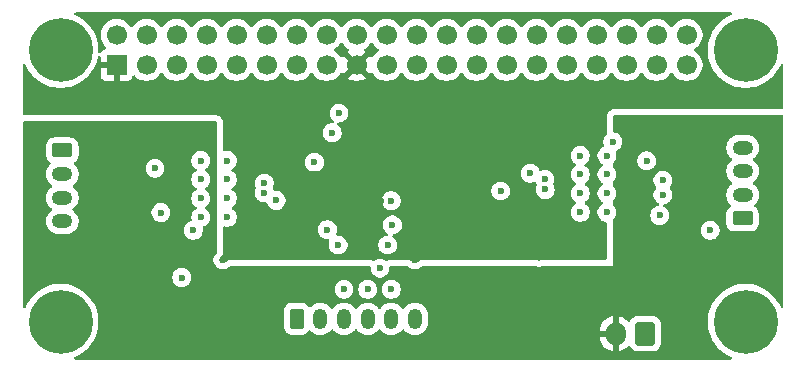
<source format=gbr>
%TF.GenerationSoftware,KiCad,Pcbnew,9.0.7*%
%TF.CreationDate,2026-01-26T16:26:35+01:00*%
%TF.ProjectId,Projet 6 KICAD CLS COMPLET,50726f6a-6574-4203-9620-4b4943414420,rev?*%
%TF.SameCoordinates,Original*%
%TF.FileFunction,Copper,L3,Inr*%
%TF.FilePolarity,Positive*%
%FSLAX46Y46*%
G04 Gerber Fmt 4.6, Leading zero omitted, Abs format (unit mm)*
G04 Created by KiCad (PCBNEW 9.0.7) date 2026-01-26 16:26:35*
%MOMM*%
%LPD*%
G01*
G04 APERTURE LIST*
G04 Aperture macros list*
%AMRoundRect*
0 Rectangle with rounded corners*
0 $1 Rounding radius*
0 $2 $3 $4 $5 $6 $7 $8 $9 X,Y pos of 4 corners*
0 Add a 4 corners polygon primitive as box body*
4,1,4,$2,$3,$4,$5,$6,$7,$8,$9,$2,$3,0*
0 Add four circle primitives for the rounded corners*
1,1,$1+$1,$2,$3*
1,1,$1+$1,$4,$5*
1,1,$1+$1,$6,$7*
1,1,$1+$1,$8,$9*
0 Add four rect primitives between the rounded corners*
20,1,$1+$1,$2,$3,$4,$5,0*
20,1,$1+$1,$4,$5,$6,$7,0*
20,1,$1+$1,$6,$7,$8,$9,0*
20,1,$1+$1,$8,$9,$2,$3,0*%
G04 Aperture macros list end*
%TA.AperFunction,ComponentPad*%
%ADD10C,5.400000*%
%TD*%
%TA.AperFunction,HeatsinkPad*%
%ADD11C,0.600000*%
%TD*%
%TA.AperFunction,ComponentPad*%
%ADD12RoundRect,0.250000X-0.625000X0.350000X-0.625000X-0.350000X0.625000X-0.350000X0.625000X0.350000X0*%
%TD*%
%TA.AperFunction,ComponentPad*%
%ADD13O,1.750000X1.200000*%
%TD*%
%TA.AperFunction,ComponentPad*%
%ADD14RoundRect,0.250000X0.625000X-0.350000X0.625000X0.350000X-0.625000X0.350000X-0.625000X-0.350000X0*%
%TD*%
%TA.AperFunction,ComponentPad*%
%ADD15RoundRect,0.250000X-0.350000X-0.625000X0.350000X-0.625000X0.350000X0.625000X-0.350000X0.625000X0*%
%TD*%
%TA.AperFunction,ComponentPad*%
%ADD16O,1.200000X1.750000*%
%TD*%
%TA.AperFunction,ComponentPad*%
%ADD17RoundRect,0.250000X0.600000X0.750000X-0.600000X0.750000X-0.600000X-0.750000X0.600000X-0.750000X0*%
%TD*%
%TA.AperFunction,ComponentPad*%
%ADD18O,1.700000X2.000000*%
%TD*%
%TA.AperFunction,ComponentPad*%
%ADD19R,1.700000X1.700000*%
%TD*%
%TA.AperFunction,ComponentPad*%
%ADD20C,1.700000*%
%TD*%
%TA.AperFunction,ViaPad*%
%ADD21C,0.600000*%
%TD*%
G04 APERTURE END LIST*
D10*
%TO.N,GND*%
%TO.C,H2*%
X158000000Y-50000000D03*
%TD*%
%TO.N,GND*%
%TO.C,H1*%
X100000000Y-50000000D03*
%TD*%
D11*
%TO.N,GND*%
%TO.C,U2*%
X146262500Y-63725000D03*
X146262500Y-62125000D03*
X146262500Y-60525000D03*
X146262500Y-58925000D03*
X144012500Y-63725000D03*
X144012500Y-62125000D03*
X144012500Y-60525000D03*
X144012500Y-58925000D03*
%TD*%
D10*
%TO.N,GND*%
%TO.C,H4*%
X158000000Y-73000000D03*
%TD*%
D11*
%TO.N,GND*%
%TO.C,U1*%
X111875000Y-59350000D03*
X111875000Y-60950000D03*
X111875000Y-62550000D03*
X111875000Y-64150000D03*
X114125000Y-59350000D03*
X114125000Y-60950000D03*
X114125000Y-62550000D03*
X114125000Y-64150000D03*
%TD*%
D12*
%TO.N,MOT1_2_A2*%
%TO.C,J3*%
X100150435Y-58495718D03*
D13*
%TO.N,MOT1_1_A1*%
X100150435Y-60495718D03*
%TO.N,MOT1_1_B1*%
X100150435Y-62495718D03*
%TO.N,MOT1_2_B2*%
X100150435Y-64495718D03*
%TD*%
D14*
%TO.N,MOT2_2_A2*%
%TO.C,J4*%
X157750000Y-64250000D03*
D13*
%TO.N,MOT2_1_A1*%
X157750000Y-62250000D03*
%TO.N,MOT2_1_B1*%
X157750000Y-60250000D03*
%TO.N,MOT2_2_B2*%
X157750000Y-58250000D03*
%TD*%
D15*
%TO.N,GND*%
%TO.C,J2*%
X120000000Y-72750000D03*
D16*
%TO.N,CS*%
X122000000Y-72750000D03*
%TO.N,MOSI*%
X124000000Y-72750000D03*
%TO.N,MISO*%
X126000000Y-72750000D03*
%TO.N,SCLK*%
X128000000Y-72750000D03*
%TO.N,+3.3V*%
X130000000Y-72750000D03*
%TD*%
D17*
%TO.N,GND*%
%TO.C,J5*%
X149500000Y-74000000D03*
D18*
%TO.N,VCC*%
X147000000Y-74000000D03*
%TD*%
D10*
%TO.N,GND*%
%TO.C,H3*%
X100000000Y-73000000D03*
%TD*%
D19*
%TO.N,+3.3V*%
%TO.C,J1*%
X104750000Y-51250000D03*
D20*
%TO.N,unconnected-(J1-Pin_2-Pad2)*%
X104750000Y-48710000D03*
%TO.N,SDA*%
X107290000Y-51250000D03*
%TO.N,unconnected-(J1-Pin_4-Pad4)*%
X107290000Y-48710000D03*
%TO.N,SCL*%
X109830000Y-51250000D03*
%TO.N,GND*%
X109830000Y-48710000D03*
%TO.N,unconnected-(J1-Pin_7-Pad7)*%
X112370000Y-51250000D03*
%TO.N,unconnected-(J1-Pin_8-Pad8)*%
X112370000Y-48710000D03*
%TO.N,GND*%
X114910000Y-51250000D03*
%TO.N,unconnected-(J1-Pin_10-Pad10)*%
X114910000Y-48710000D03*
%TO.N,unconnected-(J1-Pin_11-Pad11)*%
X117450000Y-51250000D03*
%TO.N,unconnected-(J1-Pin_12-Pad12)*%
X117450000Y-48710000D03*
%TO.N,unconnected-(J1-Pin_13-Pad13)*%
X119990000Y-51250000D03*
%TO.N,GND*%
X119990000Y-48710000D03*
%TO.N,unconnected-(J1-Pin_15-Pad15)*%
X122530000Y-51250000D03*
%TO.N,unconnected-(J1-Pin_16-Pad16)*%
X122530000Y-48710000D03*
%TO.N,+3.3V*%
X125070000Y-51250000D03*
%TO.N,unconnected-(J1-Pin_18-Pad18)*%
X125070000Y-48710000D03*
%TO.N,MOSI*%
X127610000Y-51250000D03*
%TO.N,GND*%
X127610000Y-48710000D03*
%TO.N,MISO*%
X130150000Y-51250000D03*
%TO.N,unconnected-(J1-Pin_22-Pad22)*%
X130150000Y-48710000D03*
%TO.N,SCLK*%
X132690000Y-51250000D03*
%TO.N,CS*%
X132690000Y-48710000D03*
%TO.N,GND*%
X135230000Y-51250000D03*
%TO.N,unconnected-(J1-Pin_26-Pad26)*%
X135230000Y-48710000D03*
%TO.N,unconnected-(J1-Pin_27-Pad27)*%
X137770000Y-51250000D03*
%TO.N,unconnected-(J1-Pin_28-Pad28)*%
X137770000Y-48710000D03*
%TO.N,unconnected-(J1-Pin_29-Pad29)*%
X140310000Y-51250000D03*
%TO.N,GND*%
X140310000Y-48710000D03*
%TO.N,DIR2*%
X142850000Y-51250000D03*
%TO.N,STEP1*%
X142850000Y-48710000D03*
%TO.N,STEP2*%
X145390000Y-51250000D03*
%TO.N,GND*%
X145390000Y-48710000D03*
%TO.N,unconnected-(J1-Pin_35-Pad35)*%
X147930000Y-51250000D03*
%TO.N,DIR1*%
X147930000Y-48710000D03*
%TO.N,unconnected-(J1-Pin_37-Pad37)*%
X150470000Y-51250000D03*
%TO.N,unconnected-(J1-Pin_38-Pad38)*%
X150470000Y-48710000D03*
%TO.N,GND*%
X153010000Y-51250000D03*
%TO.N,unconnected-(J1-Pin_40-Pad40)*%
X153010000Y-48710000D03*
%TD*%
D21*
%TO.N,GND*%
X111250000Y-65250000D03*
X137262500Y-61925000D03*
X121500000Y-59500000D03*
X146750000Y-57750000D03*
X117250000Y-62075000D03*
X128000000Y-62750000D03*
X141012500Y-60925000D03*
%TO.N,+3.3V*%
X104750000Y-53000000D03*
X113750000Y-67750000D03*
X121500000Y-60500000D03*
X140762500Y-57600000D03*
X140492164Y-67529664D03*
X132570000Y-57320000D03*
X127160000Y-62750000D03*
X117612500Y-55362500D03*
X124000000Y-58500000D03*
X130000000Y-67750000D03*
X129500000Y-57250000D03*
X117250000Y-65475000D03*
X137262500Y-63425000D03*
X130320000Y-64020000D03*
X110250000Y-69250000D03*
%TO.N,MOSI*%
X124000000Y-70250000D03*
%TO.N,STEP1*%
X122600000Y-65200000D03*
X117250000Y-61250000D03*
X128100000Y-64800000D03*
%TO.N,CS*%
X127049765Y-68451235D03*
%TO.N,MISO*%
X126000000Y-70250000D03*
%TO.N,SCLK*%
X128000000Y-70250000D03*
%TO.N,SDA*%
X123000000Y-57000000D03*
%TO.N,STEP2*%
X141033380Y-61795880D03*
%TO.N,DIR2*%
X139762500Y-60425000D03*
%TO.N,SCL*%
X123575000Y-55325000D03*
%TO.N,DIR1*%
X127700000Y-66500000D03*
X118250000Y-62725000D03*
X123500000Y-66500000D03*
%TO.N,MOT1_2_B2*%
X108500000Y-63750000D03*
%TO.N,MOT1_2_A2*%
X108000000Y-60000000D03*
%TO.N,MOT2_1_A1*%
X151000000Y-61000000D03*
%TO.N,MOT2_1_B1*%
X150725451Y-63995403D03*
X155000000Y-65250000D03*
%TO.N,MOT2_2_A2*%
X151000000Y-62250000D03*
%TO.N,MOT2_2_B2*%
X149625000Y-59375000D03*
%TO.N,VCC*%
X146000000Y-70250000D03*
X108000000Y-59000000D03*
X136250000Y-68700000D03*
X149619342Y-63880658D03*
X104500000Y-56500000D03*
X149549396Y-58299396D03*
X115000000Y-74150000D03*
X102700000Y-65800000D03*
X152250000Y-68500000D03*
%TD*%
%TA.AperFunction,Conductor*%
%TO.N,+3.3V*%
G36*
X156791437Y-46820185D02*
G01*
X156837192Y-46872989D01*
X156847136Y-46942147D01*
X156818111Y-47005703D01*
X156775998Y-47036064D01*
X156776427Y-47036954D01*
X156449420Y-47194432D01*
X156145045Y-47385684D01*
X155863997Y-47609811D01*
X155609811Y-47863997D01*
X155385684Y-48145045D01*
X155194432Y-48449420D01*
X155038465Y-48773288D01*
X154919741Y-49112580D01*
X154919737Y-49112592D01*
X154839748Y-49463048D01*
X154839746Y-49463064D01*
X154799500Y-49820259D01*
X154799500Y-50179740D01*
X154839746Y-50536935D01*
X154839748Y-50536951D01*
X154919737Y-50887407D01*
X154919741Y-50887419D01*
X155038465Y-51226711D01*
X155194432Y-51550579D01*
X155253596Y-51644738D01*
X155385685Y-51854956D01*
X155609812Y-52136003D01*
X155863997Y-52390188D01*
X156145044Y-52614315D01*
X156449418Y-52805566D01*
X156773292Y-52961536D01*
X157028119Y-53050703D01*
X157112580Y-53080258D01*
X157112592Y-53080262D01*
X157463052Y-53160252D01*
X157820260Y-53200499D01*
X157820261Y-53200500D01*
X157820264Y-53200500D01*
X158179739Y-53200500D01*
X158179739Y-53200499D01*
X158536948Y-53160252D01*
X158887408Y-53080262D01*
X159226708Y-52961536D01*
X159550582Y-52805566D01*
X159854956Y-52614315D01*
X160136003Y-52390188D01*
X160390188Y-52136003D01*
X160614315Y-51854956D01*
X160805566Y-51550582D01*
X160961536Y-51226708D01*
X160963046Y-51223573D01*
X160964190Y-51224123D01*
X161004760Y-51173759D01*
X161071050Y-51151682D01*
X161138753Y-51168948D01*
X161186373Y-51220076D01*
X161199500Y-51275602D01*
X161199500Y-54870500D01*
X161179815Y-54937539D01*
X161127011Y-54983294D01*
X161075500Y-54994500D01*
X146874000Y-54994500D01*
X146873991Y-54994500D01*
X146873990Y-54994501D01*
X146766549Y-55006052D01*
X146766537Y-55006054D01*
X146715027Y-55017260D01*
X146612502Y-55051383D01*
X146612496Y-55051386D01*
X146491462Y-55129171D01*
X146491451Y-55129179D01*
X146438659Y-55174923D01*
X146344433Y-55283664D01*
X146344430Y-55283668D01*
X146284664Y-55414534D01*
X146282469Y-55422011D01*
X146264977Y-55481580D01*
X146264976Y-55481584D01*
X146248752Y-55594430D01*
X146244500Y-55624001D01*
X146244500Y-56832064D01*
X146247896Y-56890542D01*
X146247900Y-56890592D01*
X146251222Y-56919087D01*
X146251586Y-56921155D01*
X146261371Y-56976817D01*
X146261371Y-56976819D01*
X146261372Y-56976820D01*
X146268250Y-56994301D01*
X146274476Y-57063893D01*
X146242089Y-57125803D01*
X146240541Y-57127380D01*
X146128210Y-57239711D01*
X146040609Y-57370814D01*
X146040602Y-57370827D01*
X145980264Y-57516498D01*
X145980261Y-57516510D01*
X145949500Y-57671153D01*
X145949500Y-57828846D01*
X145980261Y-57983489D01*
X145980263Y-57983497D01*
X146000676Y-58032778D01*
X146008145Y-58102248D01*
X145976870Y-58164727D01*
X145933569Y-58194791D01*
X145883329Y-58215601D01*
X145883314Y-58215609D01*
X145752211Y-58303210D01*
X145752207Y-58303213D01*
X145640713Y-58414707D01*
X145640710Y-58414711D01*
X145553109Y-58545814D01*
X145553102Y-58545827D01*
X145492764Y-58691498D01*
X145492761Y-58691510D01*
X145462000Y-58846153D01*
X145462000Y-59003846D01*
X145492761Y-59158489D01*
X145492764Y-59158501D01*
X145553102Y-59304172D01*
X145553109Y-59304185D01*
X145640710Y-59435288D01*
X145640713Y-59435292D01*
X145752207Y-59546786D01*
X145752211Y-59546789D01*
X145864618Y-59621898D01*
X145909423Y-59675510D01*
X145918130Y-59744835D01*
X145887975Y-59807863D01*
X145864618Y-59828102D01*
X145752211Y-59903210D01*
X145752207Y-59903213D01*
X145640713Y-60014707D01*
X145640710Y-60014711D01*
X145553109Y-60145814D01*
X145553102Y-60145827D01*
X145492764Y-60291498D01*
X145492761Y-60291510D01*
X145462000Y-60446153D01*
X145462000Y-60603846D01*
X145492761Y-60758489D01*
X145492764Y-60758501D01*
X145553102Y-60904172D01*
X145553109Y-60904185D01*
X145640710Y-61035288D01*
X145640713Y-61035292D01*
X145752207Y-61146786D01*
X145752211Y-61146789D01*
X145864618Y-61221898D01*
X145909423Y-61275510D01*
X145918130Y-61344835D01*
X145887975Y-61407863D01*
X145864618Y-61428102D01*
X145752211Y-61503210D01*
X145752207Y-61503213D01*
X145640713Y-61614707D01*
X145640710Y-61614711D01*
X145553109Y-61745814D01*
X145553102Y-61745827D01*
X145492764Y-61891498D01*
X145492761Y-61891510D01*
X145462000Y-62046153D01*
X145462000Y-62203846D01*
X145492761Y-62358489D01*
X145492764Y-62358501D01*
X145553102Y-62504172D01*
X145553109Y-62504185D01*
X145640710Y-62635288D01*
X145640713Y-62635292D01*
X145752207Y-62746786D01*
X145752211Y-62746789D01*
X145864618Y-62821898D01*
X145909423Y-62875510D01*
X145918130Y-62944835D01*
X145887975Y-63007863D01*
X145864618Y-63028102D01*
X145752211Y-63103210D01*
X145752207Y-63103213D01*
X145640713Y-63214707D01*
X145640710Y-63214711D01*
X145553109Y-63345814D01*
X145553102Y-63345827D01*
X145492764Y-63491498D01*
X145492761Y-63491510D01*
X145462000Y-63646153D01*
X145462000Y-63803846D01*
X145492761Y-63958489D01*
X145492764Y-63958501D01*
X145553102Y-64104172D01*
X145553109Y-64104185D01*
X145640710Y-64235288D01*
X145640713Y-64235292D01*
X145752207Y-64346786D01*
X145752211Y-64346789D01*
X145883314Y-64434390D01*
X145883327Y-64434397D01*
X146019020Y-64490602D01*
X146029003Y-64494737D01*
X146127054Y-64514240D01*
X146144691Y-64517749D01*
X146206602Y-64550134D01*
X146241176Y-64610849D01*
X146244500Y-64639366D01*
X146244500Y-67620500D01*
X146224815Y-67687539D01*
X146172011Y-67733294D01*
X146120500Y-67744500D01*
X140869591Y-67744500D01*
X140848044Y-67746622D01*
X140770974Y-67754212D01*
X140723524Y-67763651D01*
X140723519Y-67763652D01*
X140723516Y-67763652D01*
X140723503Y-67763656D01*
X140628711Y-67792411D01*
X140628684Y-67792421D01*
X140589490Y-67808654D01*
X140566239Y-67815707D01*
X140533201Y-67822280D01*
X140509005Y-67824664D01*
X140475323Y-67824664D01*
X140451132Y-67822281D01*
X140418088Y-67815708D01*
X140394829Y-67808652D01*
X140355634Y-67792417D01*
X140355629Y-67792415D01*
X140260824Y-67763656D01*
X140260815Y-67763653D01*
X140260809Y-67763652D01*
X140236844Y-67758885D01*
X140213353Y-67754212D01*
X140138925Y-67746882D01*
X140114737Y-67744500D01*
X130683441Y-67744500D01*
X130683439Y-67744500D01*
X130629390Y-67747397D01*
X130629389Y-67747397D01*
X130603056Y-67750229D01*
X130603029Y-67750232D01*
X130549633Y-67758885D01*
X130549631Y-67758885D01*
X130414826Y-67809166D01*
X130353502Y-67842651D01*
X130238319Y-67928874D01*
X130238309Y-67928882D01*
X130196688Y-67970504D01*
X130177900Y-67985923D01*
X130177898Y-67985925D01*
X130149887Y-68004641D01*
X130128450Y-68016099D01*
X130097331Y-68028989D01*
X130074071Y-68036045D01*
X130057340Y-68039373D01*
X130041031Y-68042617D01*
X130016841Y-68045000D01*
X129983159Y-68045000D01*
X129958970Y-68042617D01*
X129925924Y-68036044D01*
X129902667Y-68028988D01*
X129871547Y-68016098D01*
X129850107Y-68004638D01*
X129822099Y-67985923D01*
X129803311Y-67970504D01*
X129761694Y-67928888D01*
X129761688Y-67928882D01*
X129761680Y-67928874D01*
X129760591Y-67927896D01*
X129721418Y-67892709D01*
X129700773Y-67876073D01*
X129656895Y-67844433D01*
X129526021Y-67784663D01*
X129458976Y-67764976D01*
X129384115Y-67754213D01*
X129316559Y-67744500D01*
X127974265Y-67744500D01*
X127974256Y-67744500D01*
X127974255Y-67744501D01*
X127866814Y-67756052D01*
X127866802Y-67756054D01*
X127815292Y-67767260D01*
X127712763Y-67801385D01*
X127712760Y-67801387D01*
X127681877Y-67821234D01*
X127614837Y-67840918D01*
X127547798Y-67821233D01*
X127545948Y-67820020D01*
X127428950Y-67741844D01*
X127428937Y-67741837D01*
X127283266Y-67681499D01*
X127283254Y-67681496D01*
X127128610Y-67650735D01*
X127128607Y-67650735D01*
X126970923Y-67650735D01*
X126970920Y-67650735D01*
X126816275Y-67681496D01*
X126816263Y-67681499D01*
X126670592Y-67741837D01*
X126670574Y-67741847D01*
X126553658Y-67819968D01*
X126486981Y-67840846D01*
X126433256Y-67829660D01*
X126334730Y-67784664D01*
X126334725Y-67784662D01*
X126334724Y-67784662D01*
X126275457Y-67767259D01*
X126267682Y-67764976D01*
X126192821Y-67754213D01*
X126125265Y-67744500D01*
X114433441Y-67744500D01*
X114433439Y-67744500D01*
X114379390Y-67747397D01*
X114379389Y-67747397D01*
X114353056Y-67750229D01*
X114353029Y-67750232D01*
X114299633Y-67758885D01*
X114299631Y-67758885D01*
X114164826Y-67809166D01*
X114103502Y-67842651D01*
X113988319Y-67928874D01*
X113988309Y-67928882D01*
X113946688Y-67970504D01*
X113927900Y-67985923D01*
X113927898Y-67985925D01*
X113899887Y-68004641D01*
X113878450Y-68016099D01*
X113847331Y-68028989D01*
X113824071Y-68036045D01*
X113807340Y-68039373D01*
X113791031Y-68042617D01*
X113766841Y-68045000D01*
X113733159Y-68045000D01*
X113708970Y-68042617D01*
X113675924Y-68036044D01*
X113652667Y-68028988D01*
X113621547Y-68016098D01*
X113600107Y-68004638D01*
X113572099Y-67985923D01*
X113553312Y-67970505D01*
X113529495Y-67946689D01*
X113514074Y-67927899D01*
X113495358Y-67899890D01*
X113483901Y-67878455D01*
X113480780Y-67870921D01*
X113471007Y-67847326D01*
X113463954Y-67824075D01*
X113457381Y-67791031D01*
X113455000Y-67766844D01*
X113455000Y-67733153D01*
X113457382Y-67708965D01*
X113463955Y-67675919D01*
X113471007Y-67652671D01*
X113483901Y-67621540D01*
X113495352Y-67600117D01*
X113514081Y-67572088D01*
X113529488Y-67553316D01*
X113571121Y-67511685D01*
X113607288Y-67471421D01*
X113623922Y-67450779D01*
X113655567Y-67406895D01*
X113715338Y-67276018D01*
X113735023Y-67208979D01*
X113735024Y-67208975D01*
X113755500Y-67066559D01*
X113755500Y-65121153D01*
X121799500Y-65121153D01*
X121799500Y-65278846D01*
X121830261Y-65433489D01*
X121830264Y-65433501D01*
X121890602Y-65579172D01*
X121890609Y-65579185D01*
X121978210Y-65710288D01*
X121978213Y-65710292D01*
X122089707Y-65821786D01*
X122089711Y-65821789D01*
X122220814Y-65909390D01*
X122220827Y-65909397D01*
X122366498Y-65969735D01*
X122366503Y-65969737D01*
X122521153Y-66000499D01*
X122521156Y-66000500D01*
X122654866Y-66000500D01*
X122721905Y-66020185D01*
X122767660Y-66072989D01*
X122777604Y-66142147D01*
X122769427Y-66171953D01*
X122730263Y-66266502D01*
X122730261Y-66266510D01*
X122699500Y-66421153D01*
X122699500Y-66578846D01*
X122730261Y-66733489D01*
X122730264Y-66733501D01*
X122790602Y-66879172D01*
X122790609Y-66879185D01*
X122878210Y-67010288D01*
X122878213Y-67010292D01*
X122989707Y-67121786D01*
X122989711Y-67121789D01*
X123120814Y-67209390D01*
X123120827Y-67209397D01*
X123266498Y-67269735D01*
X123266503Y-67269737D01*
X123421153Y-67300499D01*
X123421156Y-67300500D01*
X123421158Y-67300500D01*
X123578844Y-67300500D01*
X123578845Y-67300499D01*
X123733497Y-67269737D01*
X123879179Y-67209394D01*
X124010289Y-67121789D01*
X124121789Y-67010289D01*
X124209394Y-66879179D01*
X124269737Y-66733497D01*
X124300500Y-66578842D01*
X124300500Y-66421158D01*
X124300500Y-66421155D01*
X124300499Y-66421153D01*
X126899500Y-66421153D01*
X126899500Y-66578846D01*
X126930261Y-66733489D01*
X126930264Y-66733501D01*
X126990602Y-66879172D01*
X126990609Y-66879185D01*
X127078210Y-67010288D01*
X127078213Y-67010292D01*
X127189707Y-67121786D01*
X127189711Y-67121789D01*
X127320814Y-67209390D01*
X127320827Y-67209397D01*
X127466498Y-67269735D01*
X127466503Y-67269737D01*
X127621153Y-67300499D01*
X127621156Y-67300500D01*
X127621158Y-67300500D01*
X127778844Y-67300500D01*
X127778845Y-67300499D01*
X127933497Y-67269737D01*
X128079179Y-67209394D01*
X128210289Y-67121789D01*
X128321789Y-67010289D01*
X128409394Y-66879179D01*
X128469737Y-66733497D01*
X128500500Y-66578842D01*
X128500500Y-66421158D01*
X128500500Y-66421155D01*
X128500499Y-66421153D01*
X128469738Y-66266510D01*
X128469737Y-66266503D01*
X128469735Y-66266498D01*
X128409397Y-66120827D01*
X128409390Y-66120814D01*
X128321789Y-65989711D01*
X128321786Y-65989707D01*
X128210292Y-65878213D01*
X128210288Y-65878210D01*
X128131707Y-65825703D01*
X128086902Y-65772090D01*
X128078195Y-65702765D01*
X128108350Y-65639738D01*
X128167793Y-65603019D01*
X128176407Y-65600984D01*
X128178840Y-65600500D01*
X128178842Y-65600500D01*
X128333497Y-65569737D01*
X128479179Y-65509394D01*
X128610289Y-65421789D01*
X128721789Y-65310289D01*
X128809394Y-65179179D01*
X128869737Y-65033497D01*
X128900500Y-64878842D01*
X128900500Y-64721158D01*
X128900500Y-64721155D01*
X128900499Y-64721153D01*
X128872066Y-64578211D01*
X128869737Y-64566503D01*
X128862957Y-64550134D01*
X128809397Y-64420827D01*
X128809390Y-64420814D01*
X128721789Y-64289711D01*
X128721786Y-64289707D01*
X128610292Y-64178213D01*
X128610288Y-64178210D01*
X128479185Y-64090609D01*
X128479172Y-64090602D01*
X128333501Y-64030264D01*
X128333489Y-64030261D01*
X128178845Y-63999500D01*
X128178842Y-63999500D01*
X128021158Y-63999500D01*
X128021155Y-63999500D01*
X127866510Y-64030261D01*
X127866498Y-64030264D01*
X127720827Y-64090602D01*
X127720814Y-64090609D01*
X127589711Y-64178210D01*
X127589707Y-64178213D01*
X127478213Y-64289707D01*
X127478210Y-64289711D01*
X127390609Y-64420814D01*
X127390602Y-64420827D01*
X127330264Y-64566498D01*
X127330261Y-64566510D01*
X127299500Y-64721153D01*
X127299500Y-64878846D01*
X127330261Y-65033489D01*
X127330264Y-65033501D01*
X127390602Y-65179172D01*
X127390609Y-65179185D01*
X127478210Y-65310288D01*
X127478213Y-65310292D01*
X127589707Y-65421786D01*
X127589711Y-65421789D01*
X127668292Y-65474296D01*
X127713097Y-65527909D01*
X127721804Y-65597234D01*
X127691649Y-65660261D01*
X127632206Y-65696980D01*
X127623593Y-65699015D01*
X127466508Y-65730261D01*
X127466498Y-65730264D01*
X127320827Y-65790602D01*
X127320814Y-65790609D01*
X127189711Y-65878210D01*
X127189707Y-65878213D01*
X127078213Y-65989707D01*
X127078210Y-65989711D01*
X126990609Y-66120814D01*
X126990602Y-66120827D01*
X126930264Y-66266498D01*
X126930261Y-66266510D01*
X126899500Y-66421153D01*
X124300499Y-66421153D01*
X124269738Y-66266510D01*
X124269737Y-66266503D01*
X124269735Y-66266498D01*
X124209397Y-66120827D01*
X124209390Y-66120814D01*
X124121789Y-65989711D01*
X124121786Y-65989707D01*
X124010292Y-65878213D01*
X124010288Y-65878210D01*
X123879185Y-65790609D01*
X123879172Y-65790602D01*
X123733501Y-65730264D01*
X123733489Y-65730261D01*
X123578845Y-65699500D01*
X123578842Y-65699500D01*
X123445134Y-65699500D01*
X123378095Y-65679815D01*
X123332340Y-65627011D01*
X123322396Y-65557853D01*
X123330573Y-65528047D01*
X123369737Y-65433497D01*
X123400500Y-65278842D01*
X123400500Y-65121158D01*
X123400500Y-65121155D01*
X123400499Y-65121153D01*
X123369738Y-64966510D01*
X123369737Y-64966503D01*
X123369735Y-64966498D01*
X123309397Y-64820827D01*
X123309390Y-64820814D01*
X123221789Y-64689711D01*
X123221786Y-64689707D01*
X123110292Y-64578213D01*
X123110288Y-64578210D01*
X122979185Y-64490609D01*
X122979172Y-64490602D01*
X122833501Y-64430264D01*
X122833489Y-64430261D01*
X122678845Y-64399500D01*
X122678842Y-64399500D01*
X122521158Y-64399500D01*
X122521155Y-64399500D01*
X122366510Y-64430261D01*
X122366498Y-64430264D01*
X122220827Y-64490602D01*
X122220814Y-64490609D01*
X122089711Y-64578210D01*
X122089707Y-64578213D01*
X121978213Y-64689707D01*
X121978210Y-64689711D01*
X121890609Y-64820814D01*
X121890602Y-64820827D01*
X121830264Y-64966498D01*
X121830261Y-64966510D01*
X121799500Y-65121153D01*
X113755500Y-65121153D01*
X113755500Y-65043778D01*
X113775185Y-64976739D01*
X113827989Y-64930984D01*
X113897147Y-64921040D01*
X113903671Y-64922157D01*
X113972611Y-64935870D01*
X114046155Y-64950500D01*
X114046158Y-64950500D01*
X114203844Y-64950500D01*
X114203845Y-64950499D01*
X114358497Y-64919737D01*
X114471166Y-64873067D01*
X114504172Y-64859397D01*
X114504172Y-64859396D01*
X114504179Y-64859394D01*
X114635289Y-64771789D01*
X114746789Y-64660289D01*
X114834394Y-64529179D01*
X114894737Y-64383497D01*
X114925500Y-64228842D01*
X114925500Y-64071158D01*
X114925500Y-64071155D01*
X114925499Y-64071153D01*
X114903090Y-63958497D01*
X114894737Y-63916503D01*
X114894735Y-63916498D01*
X114834397Y-63770827D01*
X114834390Y-63770814D01*
X114746789Y-63639711D01*
X114746786Y-63639707D01*
X114635292Y-63528213D01*
X114635288Y-63528210D01*
X114522881Y-63453102D01*
X114478076Y-63399490D01*
X114469369Y-63330165D01*
X114499523Y-63267137D01*
X114522881Y-63246898D01*
X114571058Y-63214707D01*
X114635289Y-63171789D01*
X114746789Y-63060289D01*
X114834394Y-62929179D01*
X114894737Y-62783497D01*
X114925500Y-62628842D01*
X114925500Y-62471158D01*
X114925500Y-62471155D01*
X114925499Y-62471153D01*
X114905543Y-62370827D01*
X114894737Y-62316503D01*
X114894735Y-62316498D01*
X114834397Y-62170827D01*
X114834390Y-62170814D01*
X114746789Y-62039711D01*
X114746786Y-62039707D01*
X114635292Y-61928213D01*
X114635288Y-61928210D01*
X114522881Y-61853102D01*
X114478076Y-61799490D01*
X114469369Y-61730165D01*
X114499523Y-61667137D01*
X114522881Y-61646898D01*
X114571058Y-61614707D01*
X114635289Y-61571789D01*
X114746789Y-61460289D01*
X114834394Y-61329179D01*
X114894737Y-61183497D01*
X114897192Y-61171153D01*
X116449500Y-61171153D01*
X116449500Y-61328846D01*
X116480261Y-61483489D01*
X116480264Y-61483501D01*
X116534752Y-61615048D01*
X116542221Y-61684517D01*
X116534752Y-61709952D01*
X116480264Y-61841498D01*
X116480261Y-61841510D01*
X116449500Y-61996153D01*
X116449500Y-62153846D01*
X116480261Y-62308489D01*
X116480264Y-62308501D01*
X116540602Y-62454172D01*
X116540609Y-62454185D01*
X116628210Y-62585288D01*
X116628213Y-62585292D01*
X116739707Y-62696786D01*
X116739711Y-62696789D01*
X116870814Y-62784390D01*
X116870827Y-62784397D01*
X117010226Y-62842137D01*
X117016503Y-62844737D01*
X117162330Y-62873744D01*
X117171153Y-62875499D01*
X117171156Y-62875500D01*
X117171158Y-62875500D01*
X117328842Y-62875500D01*
X117337668Y-62873744D01*
X117407259Y-62879968D01*
X117462438Y-62922827D01*
X117477418Y-62953082D01*
X117477932Y-62952870D01*
X117540602Y-63104172D01*
X117540609Y-63104185D01*
X117628210Y-63235288D01*
X117628213Y-63235292D01*
X117739707Y-63346786D01*
X117739711Y-63346789D01*
X117870814Y-63434390D01*
X117870827Y-63434397D01*
X118008683Y-63491498D01*
X118016503Y-63494737D01*
X118142176Y-63519735D01*
X118171153Y-63525499D01*
X118171156Y-63525500D01*
X118171158Y-63525500D01*
X118328844Y-63525500D01*
X118328845Y-63525499D01*
X118483497Y-63494737D01*
X118629179Y-63434394D01*
X118760289Y-63346789D01*
X118871789Y-63235289D01*
X118959394Y-63104179D01*
X119019737Y-62958497D01*
X119050500Y-62803842D01*
X119050500Y-62671153D01*
X127199500Y-62671153D01*
X127199500Y-62828846D01*
X127230261Y-62983489D01*
X127230264Y-62983501D01*
X127290602Y-63129172D01*
X127290609Y-63129185D01*
X127378210Y-63260288D01*
X127378213Y-63260292D01*
X127489707Y-63371786D01*
X127489711Y-63371789D01*
X127620814Y-63459390D01*
X127620827Y-63459397D01*
X127766498Y-63519735D01*
X127766503Y-63519737D01*
X127921153Y-63550499D01*
X127921156Y-63550500D01*
X127921158Y-63550500D01*
X128078844Y-63550500D01*
X128078845Y-63550499D01*
X128233497Y-63519737D01*
X128379179Y-63459394D01*
X128510289Y-63371789D01*
X128621789Y-63260289D01*
X128709394Y-63129179D01*
X128769737Y-62983497D01*
X128800500Y-62828842D01*
X128800500Y-62671158D01*
X128800500Y-62671155D01*
X128800499Y-62671153D01*
X128795527Y-62646158D01*
X128769737Y-62516503D01*
X128750955Y-62471158D01*
X128709397Y-62370827D01*
X128709390Y-62370814D01*
X128621789Y-62239711D01*
X128621786Y-62239707D01*
X128510292Y-62128213D01*
X128510288Y-62128210D01*
X128379185Y-62040609D01*
X128379172Y-62040602D01*
X128233501Y-61980264D01*
X128233491Y-61980261D01*
X128140092Y-61961683D01*
X128140091Y-61961682D01*
X128078845Y-61949500D01*
X128078842Y-61949500D01*
X127921158Y-61949500D01*
X127921155Y-61949500D01*
X127766510Y-61980261D01*
X127766498Y-61980264D01*
X127620827Y-62040602D01*
X127620814Y-62040609D01*
X127489711Y-62128210D01*
X127489707Y-62128213D01*
X127378213Y-62239707D01*
X127378210Y-62239711D01*
X127290609Y-62370814D01*
X127290602Y-62370827D01*
X127230264Y-62516498D01*
X127230261Y-62516510D01*
X127199500Y-62671153D01*
X119050500Y-62671153D01*
X119050500Y-62646158D01*
X119050500Y-62646155D01*
X119050499Y-62646153D01*
X119030734Y-62546789D01*
X119019737Y-62491503D01*
X119011308Y-62471153D01*
X118959397Y-62345827D01*
X118959390Y-62345814D01*
X118871789Y-62214711D01*
X118871786Y-62214707D01*
X118760292Y-62103213D01*
X118760288Y-62103210D01*
X118629185Y-62015609D01*
X118629172Y-62015602D01*
X118483501Y-61955264D01*
X118483489Y-61955261D01*
X118328845Y-61924500D01*
X118328842Y-61924500D01*
X118171158Y-61924500D01*
X118171154Y-61924500D01*
X118162321Y-61926257D01*
X118130506Y-61923408D01*
X118098586Y-61922163D01*
X118095942Y-61920314D01*
X118092730Y-61920027D01*
X118067498Y-61900425D01*
X118041326Y-61882125D01*
X118039514Y-61878686D01*
X118037554Y-61877163D01*
X118023417Y-61851713D01*
X118021135Y-61846153D01*
X136462000Y-61846153D01*
X136462000Y-62003846D01*
X136492761Y-62158489D01*
X136492764Y-62158501D01*
X136553102Y-62304172D01*
X136553109Y-62304185D01*
X136640710Y-62435288D01*
X136640713Y-62435292D01*
X136752207Y-62546786D01*
X136752211Y-62546789D01*
X136883314Y-62634390D01*
X136883327Y-62634397D01*
X137028998Y-62694735D01*
X137029003Y-62694737D01*
X137183653Y-62725499D01*
X137183656Y-62725500D01*
X137183658Y-62725500D01*
X137341344Y-62725500D01*
X137341345Y-62725499D01*
X137495997Y-62694737D01*
X137641679Y-62634394D01*
X137772789Y-62546789D01*
X137884289Y-62435289D01*
X137971894Y-62304179D01*
X138032237Y-62158497D01*
X138063000Y-62003842D01*
X138063000Y-61846158D01*
X138063000Y-61846155D01*
X138062999Y-61846153D01*
X138053717Y-61799490D01*
X138032237Y-61691503D01*
X138000429Y-61614711D01*
X137971897Y-61545827D01*
X137971890Y-61545814D01*
X137884289Y-61414711D01*
X137884286Y-61414707D01*
X137772792Y-61303213D01*
X137772788Y-61303210D01*
X137641685Y-61215609D01*
X137641672Y-61215602D01*
X137496001Y-61155264D01*
X137495989Y-61155261D01*
X137341345Y-61124500D01*
X137341342Y-61124500D01*
X137183658Y-61124500D01*
X137183655Y-61124500D01*
X137029010Y-61155261D01*
X137028998Y-61155264D01*
X136883327Y-61215602D01*
X136883314Y-61215609D01*
X136752211Y-61303210D01*
X136752207Y-61303213D01*
X136640713Y-61414707D01*
X136640710Y-61414711D01*
X136553109Y-61545814D01*
X136553102Y-61545827D01*
X136492764Y-61691498D01*
X136492761Y-61691510D01*
X136462000Y-61846153D01*
X118021135Y-61846153D01*
X118020216Y-61843913D01*
X118019737Y-61841503D01*
X117965091Y-61709574D01*
X117961503Y-61675137D01*
X117957778Y-61640483D01*
X117957863Y-61640191D01*
X117957852Y-61640080D01*
X117957958Y-61639869D01*
X117965247Y-61615048D01*
X118019737Y-61483497D01*
X118050500Y-61328842D01*
X118050500Y-61171158D01*
X118050500Y-61171155D01*
X118050499Y-61171153D01*
X118045336Y-61145198D01*
X118019737Y-61016503D01*
X117986099Y-60935292D01*
X117959397Y-60870827D01*
X117959390Y-60870814D01*
X117871789Y-60739711D01*
X117871786Y-60739707D01*
X117760292Y-60628213D01*
X117760288Y-60628210D01*
X117629185Y-60540609D01*
X117629172Y-60540602D01*
X117483501Y-60480264D01*
X117483489Y-60480261D01*
X117328845Y-60449500D01*
X117328842Y-60449500D01*
X117171158Y-60449500D01*
X117171155Y-60449500D01*
X117016510Y-60480261D01*
X117016498Y-60480264D01*
X116870827Y-60540602D01*
X116870814Y-60540609D01*
X116739711Y-60628210D01*
X116739707Y-60628213D01*
X116628213Y-60739707D01*
X116628210Y-60739711D01*
X116540609Y-60870814D01*
X116540602Y-60870827D01*
X116480264Y-61016498D01*
X116480261Y-61016510D01*
X116449500Y-61171153D01*
X114897192Y-61171153D01*
X114903216Y-61140874D01*
X114903216Y-61140873D01*
X114924217Y-61035292D01*
X114925500Y-61028842D01*
X114925500Y-60871158D01*
X114925500Y-60871155D01*
X114925499Y-60871153D01*
X114920527Y-60846158D01*
X114894737Y-60716503D01*
X114870712Y-60658501D01*
X114834397Y-60570827D01*
X114834390Y-60570814D01*
X114746789Y-60439711D01*
X114746786Y-60439707D01*
X114653232Y-60346153D01*
X138962000Y-60346153D01*
X138962000Y-60503846D01*
X138992761Y-60658489D01*
X138992764Y-60658501D01*
X139053102Y-60804172D01*
X139053109Y-60804185D01*
X139140710Y-60935288D01*
X139140713Y-60935292D01*
X139252207Y-61046786D01*
X139252211Y-61046789D01*
X139383314Y-61134390D01*
X139383327Y-61134397D01*
X139528998Y-61194735D01*
X139529003Y-61194737D01*
X139665550Y-61221898D01*
X139683653Y-61225499D01*
X139683656Y-61225500D01*
X139683658Y-61225500D01*
X139841344Y-61225500D01*
X139841345Y-61225499D01*
X139995997Y-61194737D01*
X140091294Y-61155264D01*
X140104877Y-61149638D01*
X140111885Y-61148884D01*
X140117831Y-61145094D01*
X140146171Y-61145198D01*
X140174346Y-61142169D01*
X140180650Y-61145325D01*
X140187700Y-61145351D01*
X140211479Y-61160756D01*
X140236825Y-61173444D01*
X140241840Y-61180426D01*
X140246339Y-61183341D01*
X140260687Y-61206664D01*
X140265312Y-61213102D01*
X140266131Y-61214914D01*
X140303106Y-61304179D01*
X140313615Y-61319908D01*
X140317825Y-61329215D01*
X140321311Y-61354113D01*
X140328822Y-61378101D01*
X140326433Y-61390693D01*
X140327514Y-61398409D01*
X140323193Y-61407778D01*
X140319403Y-61427764D01*
X140263644Y-61562378D01*
X140263641Y-61562390D01*
X140232880Y-61717033D01*
X140232880Y-61874726D01*
X140263641Y-62029369D01*
X140263644Y-62029381D01*
X140323982Y-62175052D01*
X140323989Y-62175065D01*
X140411590Y-62306168D01*
X140411593Y-62306172D01*
X140523087Y-62417666D01*
X140523091Y-62417669D01*
X140654194Y-62505270D01*
X140654207Y-62505277D01*
X140799878Y-62565615D01*
X140799883Y-62565617D01*
X140954533Y-62596379D01*
X140954536Y-62596380D01*
X140954538Y-62596380D01*
X141112224Y-62596380D01*
X141112225Y-62596379D01*
X141266877Y-62565617D01*
X141412559Y-62505274D01*
X141543669Y-62417669D01*
X141655169Y-62306169D01*
X141742774Y-62175059D01*
X141744530Y-62170821D01*
X141772534Y-62103211D01*
X141803117Y-62029377D01*
X141833880Y-61874722D01*
X141833880Y-61717038D01*
X141833880Y-61717035D01*
X141833879Y-61717033D01*
X141818530Y-61639869D01*
X141803117Y-61562383D01*
X141778608Y-61503213D01*
X141742777Y-61416707D01*
X141742770Y-61416694D01*
X141737938Y-61409463D01*
X141717057Y-61342786D01*
X141726475Y-61293118D01*
X141782237Y-61158497D01*
X141813000Y-61003842D01*
X141813000Y-60846158D01*
X141813000Y-60846155D01*
X141812999Y-60846153D01*
X141782238Y-60691510D01*
X141782237Y-60691503D01*
X141756021Y-60628211D01*
X141721897Y-60545827D01*
X141721890Y-60545814D01*
X141634289Y-60414711D01*
X141634286Y-60414707D01*
X141522792Y-60303213D01*
X141522788Y-60303210D01*
X141391685Y-60215609D01*
X141391672Y-60215602D01*
X141246001Y-60155264D01*
X141245989Y-60155261D01*
X141091345Y-60124500D01*
X141091342Y-60124500D01*
X140933658Y-60124500D01*
X140933655Y-60124500D01*
X140779010Y-60155261D01*
X140778998Y-60155264D01*
X140670122Y-60200362D01*
X140600653Y-60207831D01*
X140538174Y-60176555D01*
X140508111Y-60133257D01*
X140471894Y-60045821D01*
X140471892Y-60045818D01*
X140471890Y-60045814D01*
X140384289Y-59914711D01*
X140384286Y-59914707D01*
X140272792Y-59803213D01*
X140272788Y-59803210D01*
X140141685Y-59715609D01*
X140141672Y-59715602D01*
X139996001Y-59655264D01*
X139995989Y-59655261D01*
X139841345Y-59624500D01*
X139841342Y-59624500D01*
X139683658Y-59624500D01*
X139683655Y-59624500D01*
X139529010Y-59655261D01*
X139528998Y-59655264D01*
X139383327Y-59715602D01*
X139383314Y-59715609D01*
X139252211Y-59803210D01*
X139252207Y-59803213D01*
X139140713Y-59914707D01*
X139140710Y-59914711D01*
X139053109Y-60045814D01*
X139053102Y-60045827D01*
X138992764Y-60191498D01*
X138992761Y-60191510D01*
X138962000Y-60346153D01*
X114653232Y-60346153D01*
X114635292Y-60328213D01*
X114635288Y-60328210D01*
X114522881Y-60253102D01*
X114478076Y-60199490D01*
X114469369Y-60130165D01*
X114499523Y-60067137D01*
X114522881Y-60046898D01*
X114577665Y-60010292D01*
X114635289Y-59971789D01*
X114746789Y-59860289D01*
X114834394Y-59729179D01*
X114894737Y-59583497D01*
X114925500Y-59428842D01*
X114925500Y-59421153D01*
X120699500Y-59421153D01*
X120699500Y-59578846D01*
X120730261Y-59733489D01*
X120730264Y-59733501D01*
X120790602Y-59879172D01*
X120790609Y-59879185D01*
X120878210Y-60010288D01*
X120878213Y-60010292D01*
X120989707Y-60121786D01*
X120989711Y-60121789D01*
X121120814Y-60209390D01*
X121120827Y-60209397D01*
X121226342Y-60253102D01*
X121266503Y-60269737D01*
X121375963Y-60291510D01*
X121421153Y-60300499D01*
X121421156Y-60300500D01*
X121421158Y-60300500D01*
X121578844Y-60300500D01*
X121578845Y-60300499D01*
X121733497Y-60269737D01*
X121813507Y-60236596D01*
X121840284Y-60225505D01*
X121879173Y-60209397D01*
X121879176Y-60209395D01*
X121879179Y-60209394D01*
X122010289Y-60121789D01*
X122121789Y-60010289D01*
X122209394Y-59879179D01*
X122269737Y-59733497D01*
X122300500Y-59578842D01*
X122300500Y-59421158D01*
X122300500Y-59421155D01*
X122300499Y-59421153D01*
X122269738Y-59266510D01*
X122269737Y-59266503D01*
X122269735Y-59266498D01*
X122209397Y-59120827D01*
X122209390Y-59120814D01*
X122121789Y-58989711D01*
X122121786Y-58989707D01*
X122010292Y-58878213D01*
X122010288Y-58878210D01*
X121962312Y-58846153D01*
X143212000Y-58846153D01*
X143212000Y-59003846D01*
X143242761Y-59158489D01*
X143242764Y-59158501D01*
X143303102Y-59304172D01*
X143303109Y-59304185D01*
X143390710Y-59435288D01*
X143390713Y-59435292D01*
X143502207Y-59546786D01*
X143502211Y-59546789D01*
X143614618Y-59621898D01*
X143659423Y-59675510D01*
X143668130Y-59744835D01*
X143637975Y-59807863D01*
X143614618Y-59828102D01*
X143502211Y-59903210D01*
X143502207Y-59903213D01*
X143390713Y-60014707D01*
X143390710Y-60014711D01*
X143303109Y-60145814D01*
X143303102Y-60145827D01*
X143242764Y-60291498D01*
X143242761Y-60291510D01*
X143212000Y-60446153D01*
X143212000Y-60603846D01*
X143242761Y-60758489D01*
X143242764Y-60758501D01*
X143303102Y-60904172D01*
X143303109Y-60904185D01*
X143390710Y-61035288D01*
X143390713Y-61035292D01*
X143502207Y-61146786D01*
X143502211Y-61146789D01*
X143614618Y-61221898D01*
X143659423Y-61275510D01*
X143668130Y-61344835D01*
X143637975Y-61407863D01*
X143614618Y-61428102D01*
X143502211Y-61503210D01*
X143502207Y-61503213D01*
X143390713Y-61614707D01*
X143390710Y-61614711D01*
X143303109Y-61745814D01*
X143303102Y-61745827D01*
X143242764Y-61891498D01*
X143242761Y-61891510D01*
X143212000Y-62046153D01*
X143212000Y-62203846D01*
X143242761Y-62358489D01*
X143242764Y-62358501D01*
X143303102Y-62504172D01*
X143303109Y-62504185D01*
X143390710Y-62635288D01*
X143390713Y-62635292D01*
X143502207Y-62746786D01*
X143502211Y-62746789D01*
X143614618Y-62821898D01*
X143659423Y-62875510D01*
X143668130Y-62944835D01*
X143637975Y-63007863D01*
X143614618Y-63028102D01*
X143502211Y-63103210D01*
X143502207Y-63103213D01*
X143390713Y-63214707D01*
X143390710Y-63214711D01*
X143303109Y-63345814D01*
X143303102Y-63345827D01*
X143242764Y-63491498D01*
X143242761Y-63491510D01*
X143212000Y-63646153D01*
X143212000Y-63803846D01*
X143242761Y-63958489D01*
X143242764Y-63958501D01*
X143303102Y-64104172D01*
X143303109Y-64104185D01*
X143390710Y-64235288D01*
X143390713Y-64235292D01*
X143502207Y-64346786D01*
X143502211Y-64346789D01*
X143633314Y-64434390D01*
X143633327Y-64434397D01*
X143769020Y-64490602D01*
X143779003Y-64494737D01*
X143933653Y-64525499D01*
X143933656Y-64525500D01*
X143933658Y-64525500D01*
X144091344Y-64525500D01*
X144091345Y-64525499D01*
X144245997Y-64494737D01*
X144391679Y-64434394D01*
X144522789Y-64346789D01*
X144634289Y-64235289D01*
X144721894Y-64104179D01*
X144782237Y-63958497D01*
X144813000Y-63803842D01*
X144813000Y-63646158D01*
X144813000Y-63646155D01*
X144812999Y-63646153D01*
X144789539Y-63528213D01*
X144782237Y-63491503D01*
X144782235Y-63491498D01*
X144721897Y-63345827D01*
X144721890Y-63345814D01*
X144634289Y-63214711D01*
X144634286Y-63214707D01*
X144522792Y-63103213D01*
X144522788Y-63103210D01*
X144410381Y-63028102D01*
X144365576Y-62974490D01*
X144356869Y-62905165D01*
X144387023Y-62842137D01*
X144410381Y-62821898D01*
X144444481Y-62799112D01*
X144522789Y-62746789D01*
X144634289Y-62635289D01*
X144721894Y-62504179D01*
X144782237Y-62358497D01*
X144813000Y-62203842D01*
X144813000Y-62046158D01*
X144813000Y-62046155D01*
X144812999Y-62046153D01*
X144806922Y-62015602D01*
X144782237Y-61891503D01*
X144763455Y-61846158D01*
X144721897Y-61745827D01*
X144721890Y-61745814D01*
X144634289Y-61614711D01*
X144634286Y-61614707D01*
X144522792Y-61503213D01*
X144522788Y-61503210D01*
X144410381Y-61428102D01*
X144365576Y-61374490D01*
X144356869Y-61305165D01*
X144387023Y-61242137D01*
X144410381Y-61221898D01*
X144451033Y-61194735D01*
X144522789Y-61146789D01*
X144634289Y-61035289D01*
X144721894Y-60904179D01*
X144782237Y-60758497D01*
X144813000Y-60603842D01*
X144813000Y-60446158D01*
X144813000Y-60446155D01*
X144812999Y-60446153D01*
X144806744Y-60414707D01*
X144782237Y-60291503D01*
X144773221Y-60269737D01*
X144721897Y-60145827D01*
X144721890Y-60145814D01*
X144634289Y-60014711D01*
X144634286Y-60014707D01*
X144522792Y-59903213D01*
X144522788Y-59903210D01*
X144410381Y-59828102D01*
X144365576Y-59774490D01*
X144356869Y-59705165D01*
X144387023Y-59642137D01*
X144410381Y-59621898D01*
X144444481Y-59599112D01*
X144522789Y-59546789D01*
X144634289Y-59435289D01*
X144721894Y-59304179D01*
X144782237Y-59158497D01*
X144813000Y-59003842D01*
X144813000Y-58846158D01*
X144813000Y-58846155D01*
X144812999Y-58846153D01*
X144811717Y-58839707D01*
X144782237Y-58691503D01*
X144761155Y-58640606D01*
X144721897Y-58545827D01*
X144721890Y-58545814D01*
X144634289Y-58414711D01*
X144634286Y-58414707D01*
X144522792Y-58303213D01*
X144522788Y-58303210D01*
X144391685Y-58215609D01*
X144391672Y-58215602D01*
X144246001Y-58155264D01*
X144245989Y-58155261D01*
X144091345Y-58124500D01*
X144091342Y-58124500D01*
X143933658Y-58124500D01*
X143933655Y-58124500D01*
X143779010Y-58155261D01*
X143778998Y-58155264D01*
X143633327Y-58215602D01*
X143633314Y-58215609D01*
X143502211Y-58303210D01*
X143502207Y-58303213D01*
X143390713Y-58414707D01*
X143390710Y-58414711D01*
X143303109Y-58545814D01*
X143303102Y-58545827D01*
X143242764Y-58691498D01*
X143242761Y-58691510D01*
X143212000Y-58846153D01*
X121962312Y-58846153D01*
X121879185Y-58790609D01*
X121879172Y-58790602D01*
X121733501Y-58730264D01*
X121733489Y-58730261D01*
X121578845Y-58699500D01*
X121578842Y-58699500D01*
X121421158Y-58699500D01*
X121421155Y-58699500D01*
X121266510Y-58730261D01*
X121266498Y-58730264D01*
X121120827Y-58790602D01*
X121120814Y-58790609D01*
X120989711Y-58878210D01*
X120989707Y-58878213D01*
X120878213Y-58989707D01*
X120878210Y-58989711D01*
X120790609Y-59120814D01*
X120790602Y-59120827D01*
X120730264Y-59266498D01*
X120730261Y-59266510D01*
X120699500Y-59421153D01*
X114925500Y-59421153D01*
X114925500Y-59271158D01*
X114925500Y-59271155D01*
X114925499Y-59271153D01*
X114903090Y-59158497D01*
X114894737Y-59116503D01*
X114894735Y-59116498D01*
X114834397Y-58970827D01*
X114834390Y-58970814D01*
X114746789Y-58839711D01*
X114746786Y-58839707D01*
X114635292Y-58728213D01*
X114635288Y-58728210D01*
X114504185Y-58640609D01*
X114504172Y-58640602D01*
X114358501Y-58580264D01*
X114358489Y-58580261D01*
X114203845Y-58549500D01*
X114203842Y-58549500D01*
X114046158Y-58549500D01*
X114046155Y-58549500D01*
X113903691Y-58577838D01*
X113834100Y-58571611D01*
X113778922Y-58528748D01*
X113755678Y-58462858D01*
X113755500Y-58456221D01*
X113755500Y-56921153D01*
X122199500Y-56921153D01*
X122199500Y-57078846D01*
X122230261Y-57233489D01*
X122230264Y-57233501D01*
X122290602Y-57379172D01*
X122290609Y-57379185D01*
X122378210Y-57510288D01*
X122378213Y-57510292D01*
X122489707Y-57621786D01*
X122489711Y-57621789D01*
X122620814Y-57709390D01*
X122620827Y-57709397D01*
X122766498Y-57769735D01*
X122766503Y-57769737D01*
X122921153Y-57800499D01*
X122921156Y-57800500D01*
X122921158Y-57800500D01*
X123078844Y-57800500D01*
X123078845Y-57800499D01*
X123233497Y-57769737D01*
X123379179Y-57709394D01*
X123510289Y-57621789D01*
X123621789Y-57510289D01*
X123709394Y-57379179D01*
X123712854Y-57370827D01*
X123769735Y-57233501D01*
X123769737Y-57233497D01*
X123800500Y-57078842D01*
X123800500Y-56921158D01*
X123800500Y-56921155D01*
X123800499Y-56921153D01*
X123782778Y-56832064D01*
X123769737Y-56766503D01*
X123769735Y-56766498D01*
X123709397Y-56620827D01*
X123709390Y-56620814D01*
X123621789Y-56489711D01*
X123621786Y-56489707D01*
X123510292Y-56378213D01*
X123510288Y-56378210D01*
X123471963Y-56352602D01*
X123427158Y-56298990D01*
X123418451Y-56229665D01*
X123448605Y-56166637D01*
X123508048Y-56129918D01*
X123540854Y-56125500D01*
X123653844Y-56125500D01*
X123653845Y-56125499D01*
X123808497Y-56094737D01*
X123954179Y-56034394D01*
X124085289Y-55946789D01*
X124196789Y-55835289D01*
X124284394Y-55704179D01*
X124344737Y-55558497D01*
X124375500Y-55403842D01*
X124375500Y-55246158D01*
X124375500Y-55246155D01*
X124375499Y-55246153D01*
X124352230Y-55129175D01*
X124344737Y-55091503D01*
X124313985Y-55017260D01*
X124284397Y-54945827D01*
X124284390Y-54945814D01*
X124196789Y-54814711D01*
X124196786Y-54814707D01*
X124085292Y-54703213D01*
X124085288Y-54703210D01*
X123954185Y-54615609D01*
X123954172Y-54615602D01*
X123808501Y-54555264D01*
X123808489Y-54555261D01*
X123653845Y-54524500D01*
X123653842Y-54524500D01*
X123496158Y-54524500D01*
X123496155Y-54524500D01*
X123341510Y-54555261D01*
X123341498Y-54555264D01*
X123195827Y-54615602D01*
X123195814Y-54615609D01*
X123064711Y-54703210D01*
X123064707Y-54703213D01*
X122953213Y-54814707D01*
X122953210Y-54814711D01*
X122865609Y-54945814D01*
X122865602Y-54945827D01*
X122805264Y-55091498D01*
X122805261Y-55091510D01*
X122774500Y-55246153D01*
X122774500Y-55403846D01*
X122805261Y-55558489D01*
X122805264Y-55558501D01*
X122865602Y-55704172D01*
X122865609Y-55704185D01*
X122953210Y-55835288D01*
X122953213Y-55835292D01*
X123064707Y-55946786D01*
X123064711Y-55946789D01*
X123103037Y-55972398D01*
X123147842Y-56026010D01*
X123156549Y-56095335D01*
X123126395Y-56158363D01*
X123066952Y-56195082D01*
X123034146Y-56199500D01*
X122921155Y-56199500D01*
X122766510Y-56230261D01*
X122766498Y-56230264D01*
X122620827Y-56290602D01*
X122620814Y-56290609D01*
X122489711Y-56378210D01*
X122489707Y-56378213D01*
X122378213Y-56489707D01*
X122378210Y-56489711D01*
X122290609Y-56620814D01*
X122290602Y-56620827D01*
X122230264Y-56766498D01*
X122230261Y-56766510D01*
X122199500Y-56921153D01*
X113755500Y-56921153D01*
X113755500Y-56124010D01*
X113755500Y-56124000D01*
X113743947Y-56016544D01*
X113732741Y-55965033D01*
X113726668Y-55946786D01*
X113698616Y-55862502D01*
X113698613Y-55862496D01*
X113620828Y-55741462D01*
X113620825Y-55741457D01*
X113588529Y-55704185D01*
X113575076Y-55688659D01*
X113575072Y-55688656D01*
X113575070Y-55688653D01*
X113466336Y-55594433D01*
X113466333Y-55594431D01*
X113466331Y-55594430D01*
X113335465Y-55534664D01*
X113335460Y-55534662D01*
X113335459Y-55534662D01*
X113268420Y-55514977D01*
X113268422Y-55514977D01*
X113268417Y-55514976D01*
X113206354Y-55506053D01*
X113126000Y-55494500D01*
X96924500Y-55494500D01*
X96857461Y-55474815D01*
X96811706Y-55422011D01*
X96800500Y-55370500D01*
X96800500Y-51275602D01*
X96820185Y-51208563D01*
X96872989Y-51162808D01*
X96942147Y-51152864D01*
X97005703Y-51181889D01*
X97036064Y-51224001D01*
X97036954Y-51223573D01*
X97194432Y-51550579D01*
X97253596Y-51644738D01*
X97385685Y-51854956D01*
X97609812Y-52136003D01*
X97863997Y-52390188D01*
X98145044Y-52614315D01*
X98449418Y-52805566D01*
X98773292Y-52961536D01*
X99028119Y-53050703D01*
X99112580Y-53080258D01*
X99112592Y-53080262D01*
X99463052Y-53160252D01*
X99820260Y-53200499D01*
X99820261Y-53200500D01*
X99820264Y-53200500D01*
X100179739Y-53200500D01*
X100179739Y-53200499D01*
X100536948Y-53160252D01*
X100887408Y-53080262D01*
X101226708Y-52961536D01*
X101550582Y-52805566D01*
X101854956Y-52614315D01*
X102136003Y-52390188D01*
X102390188Y-52136003D01*
X102614315Y-51854956D01*
X102805566Y-51550582D01*
X102899135Y-51356286D01*
X102940839Y-51269685D01*
X102961536Y-51226708D01*
X103080262Y-50887408D01*
X103155109Y-50559480D01*
X103189218Y-50498502D01*
X103250879Y-50465644D01*
X103320516Y-50471339D01*
X103376020Y-50513779D01*
X103399768Y-50579489D01*
X103400000Y-50587073D01*
X103400000Y-51000000D01*
X104316988Y-51000000D01*
X104284075Y-51057007D01*
X104250000Y-51184174D01*
X104250000Y-51315826D01*
X104284075Y-51442993D01*
X104316988Y-51500000D01*
X103400000Y-51500000D01*
X103400000Y-52147844D01*
X103406401Y-52207372D01*
X103406403Y-52207379D01*
X103456645Y-52342086D01*
X103456649Y-52342093D01*
X103542809Y-52457187D01*
X103542812Y-52457190D01*
X103657906Y-52543350D01*
X103657913Y-52543354D01*
X103792620Y-52593596D01*
X103792627Y-52593598D01*
X103852155Y-52599999D01*
X103852172Y-52600000D01*
X104500000Y-52600000D01*
X104500000Y-51683012D01*
X104557007Y-51715925D01*
X104684174Y-51750000D01*
X104815826Y-51750000D01*
X104942993Y-51715925D01*
X105000000Y-51683012D01*
X105000000Y-52600000D01*
X105647828Y-52600000D01*
X105647844Y-52599999D01*
X105707372Y-52593598D01*
X105707379Y-52593596D01*
X105842086Y-52543354D01*
X105842093Y-52543350D01*
X105957187Y-52457190D01*
X105957190Y-52457187D01*
X106043350Y-52342093D01*
X106043354Y-52342086D01*
X106092422Y-52210529D01*
X106134293Y-52154595D01*
X106199757Y-52130178D01*
X106268030Y-52145030D01*
X106296285Y-52166181D01*
X106410213Y-52280109D01*
X106582179Y-52405048D01*
X106582181Y-52405049D01*
X106582184Y-52405051D01*
X106771588Y-52501557D01*
X106973757Y-52567246D01*
X107183713Y-52600500D01*
X107183714Y-52600500D01*
X107396286Y-52600500D01*
X107396287Y-52600500D01*
X107606243Y-52567246D01*
X107808412Y-52501557D01*
X107997816Y-52405051D01*
X108084471Y-52342093D01*
X108169786Y-52280109D01*
X108169788Y-52280106D01*
X108169792Y-52280104D01*
X108320104Y-52129792D01*
X108320106Y-52129788D01*
X108320109Y-52129786D01*
X108445048Y-51957820D01*
X108445047Y-51957820D01*
X108445051Y-51957816D01*
X108449514Y-51949054D01*
X108497488Y-51898259D01*
X108565308Y-51881463D01*
X108631444Y-51903999D01*
X108670486Y-51949056D01*
X108674951Y-51957820D01*
X108799890Y-52129786D01*
X108950213Y-52280109D01*
X109122179Y-52405048D01*
X109122181Y-52405049D01*
X109122184Y-52405051D01*
X109311588Y-52501557D01*
X109513757Y-52567246D01*
X109723713Y-52600500D01*
X109723714Y-52600500D01*
X109936286Y-52600500D01*
X109936287Y-52600500D01*
X110146243Y-52567246D01*
X110348412Y-52501557D01*
X110537816Y-52405051D01*
X110624471Y-52342093D01*
X110709786Y-52280109D01*
X110709788Y-52280106D01*
X110709792Y-52280104D01*
X110860104Y-52129792D01*
X110860106Y-52129788D01*
X110860109Y-52129786D01*
X110985048Y-51957820D01*
X110985047Y-51957820D01*
X110985051Y-51957816D01*
X110989514Y-51949054D01*
X111037488Y-51898259D01*
X111105308Y-51881463D01*
X111171444Y-51903999D01*
X111210486Y-51949056D01*
X111214951Y-51957820D01*
X111339890Y-52129786D01*
X111490213Y-52280109D01*
X111662179Y-52405048D01*
X111662181Y-52405049D01*
X111662184Y-52405051D01*
X111851588Y-52501557D01*
X112053757Y-52567246D01*
X112263713Y-52600500D01*
X112263714Y-52600500D01*
X112476286Y-52600500D01*
X112476287Y-52600500D01*
X112686243Y-52567246D01*
X112888412Y-52501557D01*
X113077816Y-52405051D01*
X113164471Y-52342093D01*
X113249786Y-52280109D01*
X113249788Y-52280106D01*
X113249792Y-52280104D01*
X113400104Y-52129792D01*
X113400106Y-52129788D01*
X113400109Y-52129786D01*
X113525048Y-51957820D01*
X113525047Y-51957820D01*
X113525051Y-51957816D01*
X113529514Y-51949054D01*
X113577488Y-51898259D01*
X113645308Y-51881463D01*
X113711444Y-51903999D01*
X113750486Y-51949056D01*
X113754951Y-51957820D01*
X113879890Y-52129786D01*
X114030213Y-52280109D01*
X114202179Y-52405048D01*
X114202181Y-52405049D01*
X114202184Y-52405051D01*
X114391588Y-52501557D01*
X114593757Y-52567246D01*
X114803713Y-52600500D01*
X114803714Y-52600500D01*
X115016286Y-52600500D01*
X115016287Y-52600500D01*
X115226243Y-52567246D01*
X115428412Y-52501557D01*
X115617816Y-52405051D01*
X115704471Y-52342093D01*
X115789786Y-52280109D01*
X115789788Y-52280106D01*
X115789792Y-52280104D01*
X115940104Y-52129792D01*
X115940106Y-52129788D01*
X115940109Y-52129786D01*
X116065048Y-51957820D01*
X116065047Y-51957820D01*
X116065051Y-51957816D01*
X116069514Y-51949054D01*
X116117488Y-51898259D01*
X116185308Y-51881463D01*
X116251444Y-51903999D01*
X116290486Y-51949056D01*
X116294951Y-51957820D01*
X116419890Y-52129786D01*
X116570213Y-52280109D01*
X116742179Y-52405048D01*
X116742181Y-52405049D01*
X116742184Y-52405051D01*
X116931588Y-52501557D01*
X117133757Y-52567246D01*
X117343713Y-52600500D01*
X117343714Y-52600500D01*
X117556286Y-52600500D01*
X117556287Y-52600500D01*
X117766243Y-52567246D01*
X117968412Y-52501557D01*
X118157816Y-52405051D01*
X118244471Y-52342093D01*
X118329786Y-52280109D01*
X118329788Y-52280106D01*
X118329792Y-52280104D01*
X118480104Y-52129792D01*
X118480106Y-52129788D01*
X118480109Y-52129786D01*
X118605048Y-51957820D01*
X118605047Y-51957820D01*
X118605051Y-51957816D01*
X118609514Y-51949054D01*
X118657488Y-51898259D01*
X118725308Y-51881463D01*
X118791444Y-51903999D01*
X118830486Y-51949056D01*
X118834951Y-51957820D01*
X118959890Y-52129786D01*
X119110213Y-52280109D01*
X119282179Y-52405048D01*
X119282181Y-52405049D01*
X119282184Y-52405051D01*
X119471588Y-52501557D01*
X119673757Y-52567246D01*
X119883713Y-52600500D01*
X119883714Y-52600500D01*
X120096286Y-52600500D01*
X120096287Y-52600500D01*
X120306243Y-52567246D01*
X120508412Y-52501557D01*
X120697816Y-52405051D01*
X120784471Y-52342093D01*
X120869786Y-52280109D01*
X120869788Y-52280106D01*
X120869792Y-52280104D01*
X121020104Y-52129792D01*
X121020106Y-52129788D01*
X121020109Y-52129786D01*
X121145048Y-51957820D01*
X121145047Y-51957820D01*
X121145051Y-51957816D01*
X121149514Y-51949054D01*
X121197488Y-51898259D01*
X121265308Y-51881463D01*
X121331444Y-51903999D01*
X121370486Y-51949056D01*
X121374951Y-51957820D01*
X121499890Y-52129786D01*
X121650213Y-52280109D01*
X121822179Y-52405048D01*
X121822181Y-52405049D01*
X121822184Y-52405051D01*
X122011588Y-52501557D01*
X122213757Y-52567246D01*
X122423713Y-52600500D01*
X122423714Y-52600500D01*
X122636286Y-52600500D01*
X122636287Y-52600500D01*
X122846243Y-52567246D01*
X123048412Y-52501557D01*
X123237816Y-52405051D01*
X123324471Y-52342093D01*
X123409786Y-52280109D01*
X123409788Y-52280106D01*
X123409792Y-52280104D01*
X123560104Y-52129792D01*
X123560106Y-52129788D01*
X123560109Y-52129786D01*
X123645890Y-52011717D01*
X123685051Y-51957816D01*
X123689793Y-51948508D01*
X123737763Y-51897711D01*
X123805583Y-51880911D01*
X123871719Y-51903445D01*
X123910763Y-51948500D01*
X123915373Y-51957547D01*
X123954728Y-52011716D01*
X124587037Y-51379408D01*
X124604075Y-51442993D01*
X124669901Y-51557007D01*
X124762993Y-51650099D01*
X124877007Y-51715925D01*
X124940590Y-51732962D01*
X124308282Y-52365269D01*
X124308282Y-52365270D01*
X124362449Y-52404624D01*
X124551782Y-52501095D01*
X124753870Y-52566757D01*
X124963754Y-52600000D01*
X125176246Y-52600000D01*
X125386127Y-52566757D01*
X125386130Y-52566757D01*
X125588217Y-52501095D01*
X125777554Y-52404622D01*
X125831716Y-52365270D01*
X125831717Y-52365270D01*
X125199408Y-51732962D01*
X125262993Y-51715925D01*
X125377007Y-51650099D01*
X125470099Y-51557007D01*
X125535925Y-51442993D01*
X125552962Y-51379409D01*
X126185270Y-52011717D01*
X126185270Y-52011716D01*
X126224622Y-51957555D01*
X126229232Y-51948507D01*
X126277205Y-51897709D01*
X126345025Y-51880912D01*
X126411161Y-51903447D01*
X126450204Y-51948504D01*
X126454949Y-51957817D01*
X126579890Y-52129786D01*
X126730213Y-52280109D01*
X126902179Y-52405048D01*
X126902181Y-52405049D01*
X126902184Y-52405051D01*
X127091588Y-52501557D01*
X127293757Y-52567246D01*
X127503713Y-52600500D01*
X127503714Y-52600500D01*
X127716286Y-52600500D01*
X127716287Y-52600500D01*
X127926243Y-52567246D01*
X128128412Y-52501557D01*
X128317816Y-52405051D01*
X128404471Y-52342093D01*
X128489786Y-52280109D01*
X128489788Y-52280106D01*
X128489792Y-52280104D01*
X128640104Y-52129792D01*
X128640106Y-52129788D01*
X128640109Y-52129786D01*
X128765048Y-51957820D01*
X128765047Y-51957820D01*
X128765051Y-51957816D01*
X128769514Y-51949054D01*
X128817488Y-51898259D01*
X128885308Y-51881463D01*
X128951444Y-51903999D01*
X128990486Y-51949056D01*
X128994951Y-51957820D01*
X129119890Y-52129786D01*
X129270213Y-52280109D01*
X129442179Y-52405048D01*
X129442181Y-52405049D01*
X129442184Y-52405051D01*
X129631588Y-52501557D01*
X129833757Y-52567246D01*
X130043713Y-52600500D01*
X130043714Y-52600500D01*
X130256286Y-52600500D01*
X130256287Y-52600500D01*
X130466243Y-52567246D01*
X130668412Y-52501557D01*
X130857816Y-52405051D01*
X130944471Y-52342093D01*
X131029786Y-52280109D01*
X131029788Y-52280106D01*
X131029792Y-52280104D01*
X131180104Y-52129792D01*
X131180106Y-52129788D01*
X131180109Y-52129786D01*
X131305048Y-51957820D01*
X131305047Y-51957820D01*
X131305051Y-51957816D01*
X131309514Y-51949054D01*
X131357488Y-51898259D01*
X131425308Y-51881463D01*
X131491444Y-51903999D01*
X131530486Y-51949056D01*
X131534951Y-51957820D01*
X131659890Y-52129786D01*
X131810213Y-52280109D01*
X131982179Y-52405048D01*
X131982181Y-52405049D01*
X131982184Y-52405051D01*
X132171588Y-52501557D01*
X132373757Y-52567246D01*
X132583713Y-52600500D01*
X132583714Y-52600500D01*
X132796286Y-52600500D01*
X132796287Y-52600500D01*
X133006243Y-52567246D01*
X133208412Y-52501557D01*
X133397816Y-52405051D01*
X133484471Y-52342093D01*
X133569786Y-52280109D01*
X133569788Y-52280106D01*
X133569792Y-52280104D01*
X133720104Y-52129792D01*
X133720106Y-52129788D01*
X133720109Y-52129786D01*
X133845048Y-51957820D01*
X133845047Y-51957820D01*
X133845051Y-51957816D01*
X133849514Y-51949054D01*
X133897488Y-51898259D01*
X133965308Y-51881463D01*
X134031444Y-51903999D01*
X134070486Y-51949056D01*
X134074951Y-51957820D01*
X134199890Y-52129786D01*
X134350213Y-52280109D01*
X134522179Y-52405048D01*
X134522181Y-52405049D01*
X134522184Y-52405051D01*
X134711588Y-52501557D01*
X134913757Y-52567246D01*
X135123713Y-52600500D01*
X135123714Y-52600500D01*
X135336286Y-52600500D01*
X135336287Y-52600500D01*
X135546243Y-52567246D01*
X135748412Y-52501557D01*
X135937816Y-52405051D01*
X136024471Y-52342093D01*
X136109786Y-52280109D01*
X136109788Y-52280106D01*
X136109792Y-52280104D01*
X136260104Y-52129792D01*
X136260106Y-52129788D01*
X136260109Y-52129786D01*
X136385048Y-51957820D01*
X136385047Y-51957820D01*
X136385051Y-51957816D01*
X136389514Y-51949054D01*
X136437488Y-51898259D01*
X136505308Y-51881463D01*
X136571444Y-51903999D01*
X136610486Y-51949056D01*
X136614951Y-51957820D01*
X136739890Y-52129786D01*
X136890213Y-52280109D01*
X137062179Y-52405048D01*
X137062181Y-52405049D01*
X137062184Y-52405051D01*
X137251588Y-52501557D01*
X137453757Y-52567246D01*
X137663713Y-52600500D01*
X137663714Y-52600500D01*
X137876286Y-52600500D01*
X137876287Y-52600500D01*
X138086243Y-52567246D01*
X138288412Y-52501557D01*
X138477816Y-52405051D01*
X138564471Y-52342093D01*
X138649786Y-52280109D01*
X138649788Y-52280106D01*
X138649792Y-52280104D01*
X138800104Y-52129792D01*
X138800106Y-52129788D01*
X138800109Y-52129786D01*
X138925048Y-51957820D01*
X138925047Y-51957820D01*
X138925051Y-51957816D01*
X138929514Y-51949054D01*
X138977488Y-51898259D01*
X139045308Y-51881463D01*
X139111444Y-51903999D01*
X139150486Y-51949056D01*
X139154951Y-51957820D01*
X139279890Y-52129786D01*
X139430213Y-52280109D01*
X139602179Y-52405048D01*
X139602181Y-52405049D01*
X139602184Y-52405051D01*
X139791588Y-52501557D01*
X139993757Y-52567246D01*
X140203713Y-52600500D01*
X140203714Y-52600500D01*
X140416286Y-52600500D01*
X140416287Y-52600500D01*
X140626243Y-52567246D01*
X140828412Y-52501557D01*
X141017816Y-52405051D01*
X141104471Y-52342093D01*
X141189786Y-52280109D01*
X141189788Y-52280106D01*
X141189792Y-52280104D01*
X141340104Y-52129792D01*
X141340106Y-52129788D01*
X141340109Y-52129786D01*
X141465048Y-51957820D01*
X141465047Y-51957820D01*
X141465051Y-51957816D01*
X141469514Y-51949054D01*
X141517488Y-51898259D01*
X141585308Y-51881463D01*
X141651444Y-51903999D01*
X141690486Y-51949056D01*
X141694951Y-51957820D01*
X141819890Y-52129786D01*
X141970213Y-52280109D01*
X142142179Y-52405048D01*
X142142181Y-52405049D01*
X142142184Y-52405051D01*
X142331588Y-52501557D01*
X142533757Y-52567246D01*
X142743713Y-52600500D01*
X142743714Y-52600500D01*
X142956286Y-52600500D01*
X142956287Y-52600500D01*
X143166243Y-52567246D01*
X143368412Y-52501557D01*
X143557816Y-52405051D01*
X143644471Y-52342093D01*
X143729786Y-52280109D01*
X143729788Y-52280106D01*
X143729792Y-52280104D01*
X143880104Y-52129792D01*
X143880106Y-52129788D01*
X143880109Y-52129786D01*
X144005048Y-51957820D01*
X144005047Y-51957820D01*
X144005051Y-51957816D01*
X144009514Y-51949054D01*
X144057488Y-51898259D01*
X144125308Y-51881463D01*
X144191444Y-51903999D01*
X144230486Y-51949056D01*
X144234951Y-51957820D01*
X144359890Y-52129786D01*
X144510213Y-52280109D01*
X144682179Y-52405048D01*
X144682181Y-52405049D01*
X144682184Y-52405051D01*
X144871588Y-52501557D01*
X145073757Y-52567246D01*
X145283713Y-52600500D01*
X145283714Y-52600500D01*
X145496286Y-52600500D01*
X145496287Y-52600500D01*
X145706243Y-52567246D01*
X145908412Y-52501557D01*
X146097816Y-52405051D01*
X146184471Y-52342093D01*
X146269786Y-52280109D01*
X146269788Y-52280106D01*
X146269792Y-52280104D01*
X146420104Y-52129792D01*
X146420106Y-52129788D01*
X146420109Y-52129786D01*
X146545048Y-51957820D01*
X146545047Y-51957820D01*
X146545051Y-51957816D01*
X146549514Y-51949054D01*
X146597488Y-51898259D01*
X146665308Y-51881463D01*
X146731444Y-51903999D01*
X146770486Y-51949056D01*
X146774951Y-51957820D01*
X146899890Y-52129786D01*
X147050213Y-52280109D01*
X147222179Y-52405048D01*
X147222181Y-52405049D01*
X147222184Y-52405051D01*
X147411588Y-52501557D01*
X147613757Y-52567246D01*
X147823713Y-52600500D01*
X147823714Y-52600500D01*
X148036286Y-52600500D01*
X148036287Y-52600500D01*
X148246243Y-52567246D01*
X148448412Y-52501557D01*
X148637816Y-52405051D01*
X148724471Y-52342093D01*
X148809786Y-52280109D01*
X148809788Y-52280106D01*
X148809792Y-52280104D01*
X148960104Y-52129792D01*
X148960106Y-52129788D01*
X148960109Y-52129786D01*
X149085048Y-51957820D01*
X149085047Y-51957820D01*
X149085051Y-51957816D01*
X149089514Y-51949054D01*
X149137488Y-51898259D01*
X149205308Y-51881463D01*
X149271444Y-51903999D01*
X149310486Y-51949056D01*
X149314951Y-51957820D01*
X149439890Y-52129786D01*
X149590213Y-52280109D01*
X149762179Y-52405048D01*
X149762181Y-52405049D01*
X149762184Y-52405051D01*
X149951588Y-52501557D01*
X150153757Y-52567246D01*
X150363713Y-52600500D01*
X150363714Y-52600500D01*
X150576286Y-52600500D01*
X150576287Y-52600500D01*
X150786243Y-52567246D01*
X150988412Y-52501557D01*
X151177816Y-52405051D01*
X151264471Y-52342093D01*
X151349786Y-52280109D01*
X151349788Y-52280106D01*
X151349792Y-52280104D01*
X151500104Y-52129792D01*
X151500106Y-52129788D01*
X151500109Y-52129786D01*
X151625048Y-51957820D01*
X151625047Y-51957820D01*
X151625051Y-51957816D01*
X151629514Y-51949054D01*
X151677488Y-51898259D01*
X151745308Y-51881463D01*
X151811444Y-51903999D01*
X151850486Y-51949056D01*
X151854951Y-51957820D01*
X151979890Y-52129786D01*
X152130213Y-52280109D01*
X152302179Y-52405048D01*
X152302181Y-52405049D01*
X152302184Y-52405051D01*
X152491588Y-52501557D01*
X152693757Y-52567246D01*
X152903713Y-52600500D01*
X152903714Y-52600500D01*
X153116286Y-52600500D01*
X153116287Y-52600500D01*
X153326243Y-52567246D01*
X153528412Y-52501557D01*
X153717816Y-52405051D01*
X153804471Y-52342093D01*
X153889786Y-52280109D01*
X153889788Y-52280106D01*
X153889792Y-52280104D01*
X154040104Y-52129792D01*
X154040106Y-52129788D01*
X154040109Y-52129786D01*
X154165048Y-51957820D01*
X154165047Y-51957820D01*
X154165051Y-51957816D01*
X154261557Y-51768412D01*
X154327246Y-51566243D01*
X154360500Y-51356287D01*
X154360500Y-51143713D01*
X154327246Y-50933757D01*
X154261557Y-50731588D01*
X154165051Y-50542184D01*
X154165049Y-50542181D01*
X154165048Y-50542179D01*
X154040109Y-50370213D01*
X153889786Y-50219890D01*
X153717820Y-50094951D01*
X153709600Y-50090763D01*
X153709054Y-50090485D01*
X153658259Y-50042512D01*
X153641463Y-49974692D01*
X153663999Y-49908556D01*
X153709054Y-49869515D01*
X153717816Y-49865051D01*
X153759551Y-49834729D01*
X153889786Y-49740109D01*
X153889788Y-49740106D01*
X153889792Y-49740104D01*
X154040104Y-49589792D01*
X154040106Y-49589788D01*
X154040109Y-49589786D01*
X154165048Y-49417820D01*
X154165047Y-49417820D01*
X154165051Y-49417816D01*
X154261557Y-49228412D01*
X154327246Y-49026243D01*
X154360500Y-48816287D01*
X154360500Y-48603713D01*
X154327246Y-48393757D01*
X154261557Y-48191588D01*
X154165051Y-48002184D01*
X154165049Y-48002181D01*
X154165048Y-48002179D01*
X154040109Y-47830213D01*
X153889786Y-47679890D01*
X153717820Y-47554951D01*
X153528414Y-47458444D01*
X153528413Y-47458443D01*
X153528412Y-47458443D01*
X153326243Y-47392754D01*
X153326241Y-47392753D01*
X153326240Y-47392753D01*
X153164957Y-47367208D01*
X153116287Y-47359500D01*
X152903713Y-47359500D01*
X152855042Y-47367208D01*
X152693760Y-47392753D01*
X152491585Y-47458444D01*
X152302179Y-47554951D01*
X152130213Y-47679890D01*
X151979890Y-47830213D01*
X151854949Y-48002182D01*
X151850484Y-48010946D01*
X151802509Y-48061742D01*
X151734688Y-48078536D01*
X151668553Y-48055998D01*
X151629516Y-48010946D01*
X151625050Y-48002182D01*
X151500109Y-47830213D01*
X151349786Y-47679890D01*
X151177820Y-47554951D01*
X150988414Y-47458444D01*
X150988413Y-47458443D01*
X150988412Y-47458443D01*
X150786243Y-47392754D01*
X150786241Y-47392753D01*
X150786240Y-47392753D01*
X150624957Y-47367208D01*
X150576287Y-47359500D01*
X150363713Y-47359500D01*
X150315042Y-47367208D01*
X150153760Y-47392753D01*
X149951585Y-47458444D01*
X149762179Y-47554951D01*
X149590213Y-47679890D01*
X149439890Y-47830213D01*
X149314949Y-48002182D01*
X149310484Y-48010946D01*
X149262509Y-48061742D01*
X149194688Y-48078536D01*
X149128553Y-48055998D01*
X149089516Y-48010946D01*
X149085050Y-48002182D01*
X148960109Y-47830213D01*
X148809786Y-47679890D01*
X148637820Y-47554951D01*
X148448414Y-47458444D01*
X148448413Y-47458443D01*
X148448412Y-47458443D01*
X148246243Y-47392754D01*
X148246241Y-47392753D01*
X148246240Y-47392753D01*
X148084957Y-47367208D01*
X148036287Y-47359500D01*
X147823713Y-47359500D01*
X147775042Y-47367208D01*
X147613760Y-47392753D01*
X147411585Y-47458444D01*
X147222179Y-47554951D01*
X147050213Y-47679890D01*
X146899890Y-47830213D01*
X146774949Y-48002182D01*
X146770484Y-48010946D01*
X146722509Y-48061742D01*
X146654688Y-48078536D01*
X146588553Y-48055998D01*
X146549516Y-48010946D01*
X146545050Y-48002182D01*
X146420109Y-47830213D01*
X146269786Y-47679890D01*
X146097820Y-47554951D01*
X145908414Y-47458444D01*
X145908413Y-47458443D01*
X145908412Y-47458443D01*
X145706243Y-47392754D01*
X145706241Y-47392753D01*
X145706240Y-47392753D01*
X145544957Y-47367208D01*
X145496287Y-47359500D01*
X145283713Y-47359500D01*
X145235042Y-47367208D01*
X145073760Y-47392753D01*
X144871585Y-47458444D01*
X144682179Y-47554951D01*
X144510213Y-47679890D01*
X144359890Y-47830213D01*
X144234949Y-48002182D01*
X144230484Y-48010946D01*
X144182509Y-48061742D01*
X144114688Y-48078536D01*
X144048553Y-48055998D01*
X144009516Y-48010946D01*
X144005050Y-48002182D01*
X143880109Y-47830213D01*
X143729786Y-47679890D01*
X143557820Y-47554951D01*
X143368414Y-47458444D01*
X143368413Y-47458443D01*
X143368412Y-47458443D01*
X143166243Y-47392754D01*
X143166241Y-47392753D01*
X143166240Y-47392753D01*
X143004957Y-47367208D01*
X142956287Y-47359500D01*
X142743713Y-47359500D01*
X142695042Y-47367208D01*
X142533760Y-47392753D01*
X142331585Y-47458444D01*
X142142179Y-47554951D01*
X141970213Y-47679890D01*
X141819890Y-47830213D01*
X141694949Y-48002182D01*
X141690484Y-48010946D01*
X141642509Y-48061742D01*
X141574688Y-48078536D01*
X141508553Y-48055998D01*
X141469516Y-48010946D01*
X141465050Y-48002182D01*
X141340109Y-47830213D01*
X141189786Y-47679890D01*
X141017820Y-47554951D01*
X140828414Y-47458444D01*
X140828413Y-47458443D01*
X140828412Y-47458443D01*
X140626243Y-47392754D01*
X140626241Y-47392753D01*
X140626240Y-47392753D01*
X140464957Y-47367208D01*
X140416287Y-47359500D01*
X140203713Y-47359500D01*
X140155042Y-47367208D01*
X139993760Y-47392753D01*
X139791585Y-47458444D01*
X139602179Y-47554951D01*
X139430213Y-47679890D01*
X139279890Y-47830213D01*
X139154949Y-48002182D01*
X139150484Y-48010946D01*
X139102509Y-48061742D01*
X139034688Y-48078536D01*
X138968553Y-48055998D01*
X138929516Y-48010946D01*
X138925050Y-48002182D01*
X138800109Y-47830213D01*
X138649786Y-47679890D01*
X138477820Y-47554951D01*
X138288414Y-47458444D01*
X138288413Y-47458443D01*
X138288412Y-47458443D01*
X138086243Y-47392754D01*
X138086241Y-47392753D01*
X138086240Y-47392753D01*
X137924957Y-47367208D01*
X137876287Y-47359500D01*
X137663713Y-47359500D01*
X137615042Y-47367208D01*
X137453760Y-47392753D01*
X137251585Y-47458444D01*
X137062179Y-47554951D01*
X136890213Y-47679890D01*
X136739890Y-47830213D01*
X136614949Y-48002182D01*
X136610484Y-48010946D01*
X136562509Y-48061742D01*
X136494688Y-48078536D01*
X136428553Y-48055998D01*
X136389516Y-48010946D01*
X136385050Y-48002182D01*
X136260109Y-47830213D01*
X136109786Y-47679890D01*
X135937820Y-47554951D01*
X135748414Y-47458444D01*
X135748413Y-47458443D01*
X135748412Y-47458443D01*
X135546243Y-47392754D01*
X135546241Y-47392753D01*
X135546240Y-47392753D01*
X135384957Y-47367208D01*
X135336287Y-47359500D01*
X135123713Y-47359500D01*
X135075042Y-47367208D01*
X134913760Y-47392753D01*
X134711585Y-47458444D01*
X134522179Y-47554951D01*
X134350213Y-47679890D01*
X134199890Y-47830213D01*
X134074949Y-48002182D01*
X134070484Y-48010946D01*
X134022509Y-48061742D01*
X133954688Y-48078536D01*
X133888553Y-48055998D01*
X133849516Y-48010946D01*
X133845050Y-48002182D01*
X133720109Y-47830213D01*
X133569786Y-47679890D01*
X133397820Y-47554951D01*
X133208414Y-47458444D01*
X133208413Y-47458443D01*
X133208412Y-47458443D01*
X133006243Y-47392754D01*
X133006241Y-47392753D01*
X133006240Y-47392753D01*
X132844957Y-47367208D01*
X132796287Y-47359500D01*
X132583713Y-47359500D01*
X132535042Y-47367208D01*
X132373760Y-47392753D01*
X132171585Y-47458444D01*
X131982179Y-47554951D01*
X131810213Y-47679890D01*
X131659890Y-47830213D01*
X131534949Y-48002182D01*
X131530484Y-48010946D01*
X131482509Y-48061742D01*
X131414688Y-48078536D01*
X131348553Y-48055998D01*
X131309516Y-48010946D01*
X131305050Y-48002182D01*
X131180109Y-47830213D01*
X131029786Y-47679890D01*
X130857820Y-47554951D01*
X130668414Y-47458444D01*
X130668413Y-47458443D01*
X130668412Y-47458443D01*
X130466243Y-47392754D01*
X130466241Y-47392753D01*
X130466240Y-47392753D01*
X130304957Y-47367208D01*
X130256287Y-47359500D01*
X130043713Y-47359500D01*
X129995042Y-47367208D01*
X129833760Y-47392753D01*
X129631585Y-47458444D01*
X129442179Y-47554951D01*
X129270213Y-47679890D01*
X129119890Y-47830213D01*
X128994949Y-48002182D01*
X128990484Y-48010946D01*
X128942509Y-48061742D01*
X128874688Y-48078536D01*
X128808553Y-48055998D01*
X128769516Y-48010946D01*
X128765050Y-48002182D01*
X128640109Y-47830213D01*
X128489786Y-47679890D01*
X128317820Y-47554951D01*
X128128414Y-47458444D01*
X128128413Y-47458443D01*
X128128412Y-47458443D01*
X127926243Y-47392754D01*
X127926241Y-47392753D01*
X127926240Y-47392753D01*
X127764957Y-47367208D01*
X127716287Y-47359500D01*
X127503713Y-47359500D01*
X127455042Y-47367208D01*
X127293760Y-47392753D01*
X127091585Y-47458444D01*
X126902179Y-47554951D01*
X126730213Y-47679890D01*
X126579890Y-47830213D01*
X126454949Y-48002182D01*
X126450484Y-48010946D01*
X126402509Y-48061742D01*
X126334688Y-48078536D01*
X126268553Y-48055998D01*
X126229516Y-48010946D01*
X126225050Y-48002182D01*
X126100109Y-47830213D01*
X125949786Y-47679890D01*
X125777820Y-47554951D01*
X125588414Y-47458444D01*
X125588413Y-47458443D01*
X125588412Y-47458443D01*
X125386243Y-47392754D01*
X125386241Y-47392753D01*
X125386240Y-47392753D01*
X125224957Y-47367208D01*
X125176287Y-47359500D01*
X124963713Y-47359500D01*
X124915042Y-47367208D01*
X124753760Y-47392753D01*
X124551585Y-47458444D01*
X124362179Y-47554951D01*
X124190213Y-47679890D01*
X124039890Y-47830213D01*
X123914949Y-48002182D01*
X123910484Y-48010946D01*
X123862509Y-48061742D01*
X123794688Y-48078536D01*
X123728553Y-48055998D01*
X123689516Y-48010946D01*
X123685050Y-48002182D01*
X123560109Y-47830213D01*
X123409786Y-47679890D01*
X123237820Y-47554951D01*
X123048414Y-47458444D01*
X123048413Y-47458443D01*
X123048412Y-47458443D01*
X122846243Y-47392754D01*
X122846241Y-47392753D01*
X122846240Y-47392753D01*
X122684957Y-47367208D01*
X122636287Y-47359500D01*
X122423713Y-47359500D01*
X122375042Y-47367208D01*
X122213760Y-47392753D01*
X122011585Y-47458444D01*
X121822179Y-47554951D01*
X121650213Y-47679890D01*
X121499890Y-47830213D01*
X121374949Y-48002182D01*
X121370484Y-48010946D01*
X121322509Y-48061742D01*
X121254688Y-48078536D01*
X121188553Y-48055998D01*
X121149516Y-48010946D01*
X121145050Y-48002182D01*
X121020109Y-47830213D01*
X120869786Y-47679890D01*
X120697820Y-47554951D01*
X120508414Y-47458444D01*
X120508413Y-47458443D01*
X120508412Y-47458443D01*
X120306243Y-47392754D01*
X120306241Y-47392753D01*
X120306240Y-47392753D01*
X120144957Y-47367208D01*
X120096287Y-47359500D01*
X119883713Y-47359500D01*
X119835042Y-47367208D01*
X119673760Y-47392753D01*
X119471585Y-47458444D01*
X119282179Y-47554951D01*
X119110213Y-47679890D01*
X118959890Y-47830213D01*
X118834949Y-48002182D01*
X118830484Y-48010946D01*
X118782509Y-48061742D01*
X118714688Y-48078536D01*
X118648553Y-48055998D01*
X118609516Y-48010946D01*
X118605050Y-48002182D01*
X118480109Y-47830213D01*
X118329786Y-47679890D01*
X118157820Y-47554951D01*
X117968414Y-47458444D01*
X117968413Y-47458443D01*
X117968412Y-47458443D01*
X117766243Y-47392754D01*
X117766241Y-47392753D01*
X117766240Y-47392753D01*
X117604957Y-47367208D01*
X117556287Y-47359500D01*
X117343713Y-47359500D01*
X117295042Y-47367208D01*
X117133760Y-47392753D01*
X116931585Y-47458444D01*
X116742179Y-47554951D01*
X116570213Y-47679890D01*
X116419890Y-47830213D01*
X116294949Y-48002182D01*
X116290484Y-48010946D01*
X116242509Y-48061742D01*
X116174688Y-48078536D01*
X116108553Y-48055998D01*
X116069516Y-48010946D01*
X116065050Y-48002182D01*
X115940109Y-47830213D01*
X115789786Y-47679890D01*
X115617820Y-47554951D01*
X115428414Y-47458444D01*
X115428413Y-47458443D01*
X115428412Y-47458443D01*
X115226243Y-47392754D01*
X115226241Y-47392753D01*
X115226240Y-47392753D01*
X115064957Y-47367208D01*
X115016287Y-47359500D01*
X114803713Y-47359500D01*
X114755042Y-47367208D01*
X114593760Y-47392753D01*
X114391585Y-47458444D01*
X114202179Y-47554951D01*
X114030213Y-47679890D01*
X113879890Y-47830213D01*
X113754949Y-48002182D01*
X113750484Y-48010946D01*
X113702509Y-48061742D01*
X113634688Y-48078536D01*
X113568553Y-48055998D01*
X113529516Y-48010946D01*
X113525050Y-48002182D01*
X113400109Y-47830213D01*
X113249786Y-47679890D01*
X113077820Y-47554951D01*
X112888414Y-47458444D01*
X112888413Y-47458443D01*
X112888412Y-47458443D01*
X112686243Y-47392754D01*
X112686241Y-47392753D01*
X112686240Y-47392753D01*
X112524957Y-47367208D01*
X112476287Y-47359500D01*
X112263713Y-47359500D01*
X112215042Y-47367208D01*
X112053760Y-47392753D01*
X111851585Y-47458444D01*
X111662179Y-47554951D01*
X111490213Y-47679890D01*
X111339890Y-47830213D01*
X111214949Y-48002182D01*
X111210484Y-48010946D01*
X111162509Y-48061742D01*
X111094688Y-48078536D01*
X111028553Y-48055998D01*
X110989516Y-48010946D01*
X110985050Y-48002182D01*
X110860109Y-47830213D01*
X110709786Y-47679890D01*
X110537820Y-47554951D01*
X110348414Y-47458444D01*
X110348413Y-47458443D01*
X110348412Y-47458443D01*
X110146243Y-47392754D01*
X110146241Y-47392753D01*
X110146240Y-47392753D01*
X109984957Y-47367208D01*
X109936287Y-47359500D01*
X109723713Y-47359500D01*
X109675042Y-47367208D01*
X109513760Y-47392753D01*
X109311585Y-47458444D01*
X109122179Y-47554951D01*
X108950213Y-47679890D01*
X108799890Y-47830213D01*
X108674949Y-48002182D01*
X108670484Y-48010946D01*
X108622509Y-48061742D01*
X108554688Y-48078536D01*
X108488553Y-48055998D01*
X108449516Y-48010946D01*
X108445050Y-48002182D01*
X108320109Y-47830213D01*
X108169786Y-47679890D01*
X107997820Y-47554951D01*
X107808414Y-47458444D01*
X107808413Y-47458443D01*
X107808412Y-47458443D01*
X107606243Y-47392754D01*
X107606241Y-47392753D01*
X107606240Y-47392753D01*
X107444957Y-47367208D01*
X107396287Y-47359500D01*
X107183713Y-47359500D01*
X107135042Y-47367208D01*
X106973760Y-47392753D01*
X106771585Y-47458444D01*
X106582179Y-47554951D01*
X106410213Y-47679890D01*
X106259890Y-47830213D01*
X106134949Y-48002182D01*
X106130484Y-48010946D01*
X106082509Y-48061742D01*
X106014688Y-48078536D01*
X105948553Y-48055998D01*
X105909516Y-48010946D01*
X105905050Y-48002182D01*
X105780109Y-47830213D01*
X105629786Y-47679890D01*
X105457820Y-47554951D01*
X105268414Y-47458444D01*
X105268413Y-47458443D01*
X105268412Y-47458443D01*
X105066243Y-47392754D01*
X105066241Y-47392753D01*
X105066240Y-47392753D01*
X104904957Y-47367208D01*
X104856287Y-47359500D01*
X104643713Y-47359500D01*
X104595042Y-47367208D01*
X104433760Y-47392753D01*
X104231585Y-47458444D01*
X104042179Y-47554951D01*
X103870213Y-47679890D01*
X103719890Y-47830213D01*
X103594951Y-48002179D01*
X103498444Y-48191585D01*
X103432753Y-48393760D01*
X103399500Y-48603713D01*
X103399500Y-48816286D01*
X103432753Y-49026239D01*
X103498444Y-49228414D01*
X103594951Y-49417820D01*
X103719890Y-49589786D01*
X103833818Y-49703714D01*
X103867303Y-49765037D01*
X103862319Y-49834729D01*
X103820447Y-49890662D01*
X103789471Y-49907577D01*
X103657912Y-49956646D01*
X103657906Y-49956649D01*
X103542812Y-50042809D01*
X103542809Y-50042812D01*
X103456649Y-50157906D01*
X103456645Y-50157913D01*
X103440682Y-50200714D01*
X103398811Y-50256648D01*
X103333346Y-50281065D01*
X103265073Y-50266213D01*
X103215668Y-50216808D01*
X103200500Y-50157381D01*
X103200500Y-49820261D01*
X103200499Y-49820259D01*
X103199714Y-49813293D01*
X103160252Y-49463052D01*
X103080262Y-49112592D01*
X102961536Y-48773292D01*
X102805566Y-48449418D01*
X102614315Y-48145044D01*
X102390188Y-47863997D01*
X102136003Y-47609812D01*
X101854956Y-47385685D01*
X101550582Y-47194434D01*
X101550579Y-47194432D01*
X101223573Y-47036954D01*
X101224123Y-47035809D01*
X101173759Y-46995240D01*
X101151682Y-46928950D01*
X101168948Y-46861247D01*
X101220076Y-46813627D01*
X101275602Y-46800500D01*
X156724398Y-46800500D01*
X156791437Y-46820185D01*
G37*
%TD.AperFunction*%
%TA.AperFunction,Conductor*%
G36*
X123871444Y-49363999D02*
G01*
X123910486Y-49409056D01*
X123914951Y-49417820D01*
X124039890Y-49589786D01*
X124190213Y-49740109D01*
X124362179Y-49865048D01*
X124362181Y-49865049D01*
X124362184Y-49865051D01*
X124371493Y-49869794D01*
X124422290Y-49917766D01*
X124439087Y-49985587D01*
X124416552Y-50051722D01*
X124371505Y-50090760D01*
X124362446Y-50095376D01*
X124362440Y-50095380D01*
X124308282Y-50134727D01*
X124308282Y-50134728D01*
X124940591Y-50767037D01*
X124877007Y-50784075D01*
X124762993Y-50849901D01*
X124669901Y-50942993D01*
X124604075Y-51057007D01*
X124587037Y-51120591D01*
X123954728Y-50488282D01*
X123954727Y-50488282D01*
X123915380Y-50542440D01*
X123915376Y-50542446D01*
X123910760Y-50551505D01*
X123862781Y-50602297D01*
X123794959Y-50619087D01*
X123728826Y-50596543D01*
X123689794Y-50551493D01*
X123685051Y-50542184D01*
X123685049Y-50542181D01*
X123685048Y-50542179D01*
X123560109Y-50370213D01*
X123409786Y-50219890D01*
X123237820Y-50094951D01*
X123229600Y-50090763D01*
X123229054Y-50090485D01*
X123178259Y-50042512D01*
X123161463Y-49974692D01*
X123183999Y-49908556D01*
X123229054Y-49869515D01*
X123237816Y-49865051D01*
X123279551Y-49834729D01*
X123409786Y-49740109D01*
X123409788Y-49740106D01*
X123409792Y-49740104D01*
X123560104Y-49589792D01*
X123560106Y-49589788D01*
X123560109Y-49589786D01*
X123685048Y-49417820D01*
X123685047Y-49417820D01*
X123685051Y-49417816D01*
X123689514Y-49409054D01*
X123737488Y-49358259D01*
X123805308Y-49341463D01*
X123871444Y-49363999D01*
G37*
%TD.AperFunction*%
%TA.AperFunction,Conductor*%
G36*
X126411444Y-49363999D02*
G01*
X126450486Y-49409056D01*
X126454951Y-49417820D01*
X126579890Y-49589786D01*
X126730213Y-49740109D01*
X126902182Y-49865050D01*
X126910946Y-49869516D01*
X126961742Y-49917491D01*
X126978536Y-49985312D01*
X126955998Y-50051447D01*
X126910946Y-50090484D01*
X126902182Y-50094949D01*
X126730213Y-50219890D01*
X126579890Y-50370213D01*
X126454949Y-50542182D01*
X126450202Y-50551499D01*
X126402227Y-50602293D01*
X126334405Y-50619087D01*
X126268271Y-50596548D01*
X126229234Y-50551495D01*
X126224626Y-50542452D01*
X126185270Y-50488282D01*
X126185269Y-50488282D01*
X125552962Y-51120590D01*
X125535925Y-51057007D01*
X125470099Y-50942993D01*
X125377007Y-50849901D01*
X125262993Y-50784075D01*
X125199409Y-50767037D01*
X125831716Y-50134728D01*
X125777547Y-50095373D01*
X125777547Y-50095372D01*
X125768500Y-50090763D01*
X125717706Y-50042788D01*
X125700912Y-49974966D01*
X125723451Y-49908832D01*
X125768508Y-49869793D01*
X125777816Y-49865051D01*
X125867020Y-49800241D01*
X125949786Y-49740109D01*
X125949788Y-49740106D01*
X125949792Y-49740104D01*
X126100104Y-49589792D01*
X126100106Y-49589788D01*
X126100109Y-49589786D01*
X126225048Y-49417820D01*
X126225047Y-49417820D01*
X126225051Y-49417816D01*
X126229514Y-49409054D01*
X126277488Y-49358259D01*
X126345308Y-49341463D01*
X126411444Y-49363999D01*
G37*
%TD.AperFunction*%
%TD*%
%TA.AperFunction,Conductor*%
%TO.N,VCC*%
G36*
X161142539Y-55519685D02*
G01*
X161188294Y-55572489D01*
X161199500Y-55624000D01*
X161199500Y-71724397D01*
X161179815Y-71791436D01*
X161127011Y-71837191D01*
X161057853Y-71847135D01*
X160994297Y-71818110D01*
X160963931Y-71776000D01*
X160963046Y-71776427D01*
X160805567Y-71449420D01*
X160799765Y-71440186D01*
X160614315Y-71145044D01*
X160390188Y-70863997D01*
X160136003Y-70609812D01*
X159854956Y-70385685D01*
X159550582Y-70194434D01*
X159550579Y-70194432D01*
X159226711Y-70038465D01*
X158887419Y-69919741D01*
X158887407Y-69919737D01*
X158536951Y-69839748D01*
X158536935Y-69839746D01*
X158179740Y-69799500D01*
X158179736Y-69799500D01*
X157820264Y-69799500D01*
X157820259Y-69799500D01*
X157463064Y-69839746D01*
X157463048Y-69839748D01*
X157112592Y-69919737D01*
X157112580Y-69919741D01*
X156773288Y-70038465D01*
X156449420Y-70194432D01*
X156145045Y-70385684D01*
X155863997Y-70609811D01*
X155609811Y-70863997D01*
X155385684Y-71145045D01*
X155194432Y-71449420D01*
X155038465Y-71773288D01*
X154919741Y-72112580D01*
X154919737Y-72112592D01*
X154839748Y-72463048D01*
X154839746Y-72463064D01*
X154799500Y-72820259D01*
X154799500Y-73179740D01*
X154839746Y-73536935D01*
X154839748Y-73536951D01*
X154919737Y-73887407D01*
X154919741Y-73887419D01*
X155038465Y-74226711D01*
X155194432Y-74550579D01*
X155194434Y-74550582D01*
X155385685Y-74854956D01*
X155609812Y-75136003D01*
X155863997Y-75390188D01*
X156145044Y-75614315D01*
X156449418Y-75805566D01*
X156449420Y-75805567D01*
X156776427Y-75963046D01*
X156775876Y-75964190D01*
X156826241Y-76004760D01*
X156848318Y-76071050D01*
X156831052Y-76138753D01*
X156779924Y-76186373D01*
X156724398Y-76199500D01*
X101275602Y-76199500D01*
X101208563Y-76179815D01*
X101162808Y-76127011D01*
X101152864Y-76057853D01*
X101181889Y-75994297D01*
X101224001Y-75963935D01*
X101223573Y-75963046D01*
X101343839Y-75905128D01*
X101550582Y-75805566D01*
X101854956Y-75614315D01*
X102136003Y-75390188D01*
X102390188Y-75136003D01*
X102614315Y-74854956D01*
X102805566Y-74550582D01*
X102961536Y-74226708D01*
X103080262Y-73887408D01*
X103160252Y-73536948D01*
X103200500Y-73179736D01*
X103200500Y-72820264D01*
X103160252Y-72463052D01*
X103080262Y-72112592D01*
X103067102Y-72074983D01*
X118899500Y-72074983D01*
X118899500Y-73425001D01*
X118899501Y-73425018D01*
X118910000Y-73527796D01*
X118910001Y-73527799D01*
X118965185Y-73694331D01*
X118965187Y-73694336D01*
X118988870Y-73732732D01*
X119057288Y-73843656D01*
X119181344Y-73967712D01*
X119330666Y-74059814D01*
X119497203Y-74114999D01*
X119599991Y-74125500D01*
X120400008Y-74125499D01*
X120400016Y-74125498D01*
X120400019Y-74125498D01*
X120456302Y-74119748D01*
X120502797Y-74114999D01*
X120669334Y-74059814D01*
X120818656Y-73967712D01*
X120942712Y-73843656D01*
X120982310Y-73779456D01*
X121034258Y-73732732D01*
X121103220Y-73721509D01*
X121167303Y-73749352D01*
X121175530Y-73756872D01*
X121283072Y-73864414D01*
X121423212Y-73966232D01*
X121577555Y-74044873D01*
X121742299Y-74098402D01*
X121913389Y-74125500D01*
X121913390Y-74125500D01*
X122086610Y-74125500D01*
X122086611Y-74125500D01*
X122257701Y-74098402D01*
X122422445Y-74044873D01*
X122576788Y-73966232D01*
X122716928Y-73864414D01*
X122839414Y-73741928D01*
X122899682Y-73658975D01*
X122955012Y-73616311D01*
X123024626Y-73610332D01*
X123086421Y-73642938D01*
X123100315Y-73658973D01*
X123160586Y-73741928D01*
X123283072Y-73864414D01*
X123423212Y-73966232D01*
X123577555Y-74044873D01*
X123742299Y-74098402D01*
X123913389Y-74125500D01*
X123913390Y-74125500D01*
X124086610Y-74125500D01*
X124086611Y-74125500D01*
X124257701Y-74098402D01*
X124422445Y-74044873D01*
X124576788Y-73966232D01*
X124716928Y-73864414D01*
X124839414Y-73741928D01*
X124899682Y-73658975D01*
X124955012Y-73616311D01*
X125024626Y-73610332D01*
X125086421Y-73642938D01*
X125100315Y-73658973D01*
X125160586Y-73741928D01*
X125283072Y-73864414D01*
X125423212Y-73966232D01*
X125577555Y-74044873D01*
X125742299Y-74098402D01*
X125913389Y-74125500D01*
X125913390Y-74125500D01*
X126086610Y-74125500D01*
X126086611Y-74125500D01*
X126257701Y-74098402D01*
X126422445Y-74044873D01*
X126576788Y-73966232D01*
X126716928Y-73864414D01*
X126839414Y-73741928D01*
X126899682Y-73658975D01*
X126955012Y-73616311D01*
X127024626Y-73610332D01*
X127086421Y-73642938D01*
X127100315Y-73658973D01*
X127160586Y-73741928D01*
X127283072Y-73864414D01*
X127423212Y-73966232D01*
X127577555Y-74044873D01*
X127742299Y-74098402D01*
X127913389Y-74125500D01*
X127913390Y-74125500D01*
X128086610Y-74125500D01*
X128086611Y-74125500D01*
X128257701Y-74098402D01*
X128422445Y-74044873D01*
X128576788Y-73966232D01*
X128716928Y-73864414D01*
X128839414Y-73741928D01*
X128899682Y-73658975D01*
X128955012Y-73616311D01*
X129024626Y-73610332D01*
X129086421Y-73642938D01*
X129100315Y-73658973D01*
X129160586Y-73741928D01*
X129283072Y-73864414D01*
X129423212Y-73966232D01*
X129577555Y-74044873D01*
X129742299Y-74098402D01*
X129913389Y-74125500D01*
X129913390Y-74125500D01*
X130086610Y-74125500D01*
X130086611Y-74125500D01*
X130257701Y-74098402D01*
X130422445Y-74044873D01*
X130576788Y-73966232D01*
X130716928Y-73864414D01*
X130837589Y-73743753D01*
X145650000Y-73743753D01*
X145650000Y-73750000D01*
X146566988Y-73750000D01*
X146534075Y-73807007D01*
X146500000Y-73934174D01*
X146500000Y-74065826D01*
X146534075Y-74192993D01*
X146566988Y-74250000D01*
X145650000Y-74250000D01*
X145650000Y-74256246D01*
X145683242Y-74466127D01*
X145683242Y-74466130D01*
X145748904Y-74668217D01*
X145845379Y-74857557D01*
X145970272Y-75029459D01*
X145970276Y-75029464D01*
X146120535Y-75179723D01*
X146120540Y-75179727D01*
X146292442Y-75304620D01*
X146481782Y-75401095D01*
X146683871Y-75466757D01*
X146750000Y-75477231D01*
X146750000Y-74433012D01*
X146807007Y-74465925D01*
X146934174Y-74500000D01*
X147065826Y-74500000D01*
X147192993Y-74465925D01*
X147250000Y-74433012D01*
X147250000Y-75477230D01*
X147316126Y-75466757D01*
X147316129Y-75466757D01*
X147518217Y-75401095D01*
X147707557Y-75304620D01*
X147879458Y-75179728D01*
X148018330Y-75040856D01*
X148079653Y-75007371D01*
X148149345Y-75012355D01*
X148205279Y-75054226D01*
X148211551Y-75063440D01*
X148215185Y-75069331D01*
X148215186Y-75069334D01*
X148307288Y-75218656D01*
X148431344Y-75342712D01*
X148580666Y-75434814D01*
X148747203Y-75489999D01*
X148849991Y-75500500D01*
X150150008Y-75500499D01*
X150252797Y-75489999D01*
X150419334Y-75434814D01*
X150568656Y-75342712D01*
X150692712Y-75218656D01*
X150784814Y-75069334D01*
X150839999Y-74902797D01*
X150850500Y-74800009D01*
X150850499Y-73199992D01*
X150839999Y-73097203D01*
X150784814Y-72930666D01*
X150692712Y-72781344D01*
X150568656Y-72657288D01*
X150419334Y-72565186D01*
X150252797Y-72510001D01*
X150252795Y-72510000D01*
X150150010Y-72499500D01*
X148849998Y-72499500D01*
X148849981Y-72499501D01*
X148747203Y-72510000D01*
X148747200Y-72510001D01*
X148580668Y-72565185D01*
X148580663Y-72565187D01*
X148431342Y-72657289D01*
X148307289Y-72781342D01*
X148211551Y-72936559D01*
X148159603Y-72983283D01*
X148090640Y-72994506D01*
X148026558Y-72966662D01*
X148018331Y-72959143D01*
X147879464Y-72820276D01*
X147879459Y-72820272D01*
X147707557Y-72695379D01*
X147518215Y-72598903D01*
X147316124Y-72533241D01*
X147250000Y-72522768D01*
X147250000Y-73566988D01*
X147192993Y-73534075D01*
X147065826Y-73500000D01*
X146934174Y-73500000D01*
X146807007Y-73534075D01*
X146750000Y-73566988D01*
X146750000Y-72522768D01*
X146749999Y-72522768D01*
X146683875Y-72533241D01*
X146481784Y-72598903D01*
X146292442Y-72695379D01*
X146120540Y-72820272D01*
X146120535Y-72820276D01*
X145970276Y-72970535D01*
X145970272Y-72970540D01*
X145845379Y-73142442D01*
X145748904Y-73331782D01*
X145683242Y-73533869D01*
X145683242Y-73533872D01*
X145650000Y-73743753D01*
X130837589Y-73743753D01*
X130839414Y-73741928D01*
X130941232Y-73601788D01*
X131019873Y-73447445D01*
X131073402Y-73282701D01*
X131100500Y-73111611D01*
X131100500Y-72388389D01*
X131073402Y-72217299D01*
X131019873Y-72052555D01*
X130941232Y-71898212D01*
X130839414Y-71758072D01*
X130716928Y-71635586D01*
X130576788Y-71533768D01*
X130422445Y-71455127D01*
X130257701Y-71401598D01*
X130257699Y-71401597D01*
X130257698Y-71401597D01*
X130126271Y-71380781D01*
X130086611Y-71374500D01*
X129913389Y-71374500D01*
X129873728Y-71380781D01*
X129742302Y-71401597D01*
X129577552Y-71455128D01*
X129423211Y-71533768D01*
X129343256Y-71591859D01*
X129283072Y-71635586D01*
X129283070Y-71635588D01*
X129283069Y-71635588D01*
X129160588Y-71758069D01*
X129160581Y-71758078D01*
X129100317Y-71841023D01*
X129044987Y-71883689D01*
X128975374Y-71889667D01*
X128913579Y-71857061D01*
X128899683Y-71841023D01*
X128839418Y-71758078D01*
X128839414Y-71758072D01*
X128716928Y-71635586D01*
X128576788Y-71533768D01*
X128422445Y-71455127D01*
X128257701Y-71401598D01*
X128257699Y-71401597D01*
X128257698Y-71401597D01*
X128126271Y-71380781D01*
X128086611Y-71374500D01*
X127913389Y-71374500D01*
X127873728Y-71380781D01*
X127742302Y-71401597D01*
X127577552Y-71455128D01*
X127423211Y-71533768D01*
X127343256Y-71591859D01*
X127283072Y-71635586D01*
X127283070Y-71635588D01*
X127283069Y-71635588D01*
X127160588Y-71758069D01*
X127160581Y-71758078D01*
X127100317Y-71841023D01*
X127044987Y-71883689D01*
X126975374Y-71889667D01*
X126913579Y-71857061D01*
X126899683Y-71841023D01*
X126839418Y-71758078D01*
X126839414Y-71758072D01*
X126716928Y-71635586D01*
X126576788Y-71533768D01*
X126422445Y-71455127D01*
X126257701Y-71401598D01*
X126257699Y-71401597D01*
X126257698Y-71401597D01*
X126126271Y-71380781D01*
X126086611Y-71374500D01*
X125913389Y-71374500D01*
X125873728Y-71380781D01*
X125742302Y-71401597D01*
X125577552Y-71455128D01*
X125423211Y-71533768D01*
X125343256Y-71591859D01*
X125283072Y-71635586D01*
X125283070Y-71635588D01*
X125283069Y-71635588D01*
X125160588Y-71758069D01*
X125160581Y-71758078D01*
X125100317Y-71841023D01*
X125044987Y-71883689D01*
X124975374Y-71889667D01*
X124913579Y-71857061D01*
X124899683Y-71841023D01*
X124839418Y-71758078D01*
X124839414Y-71758072D01*
X124716928Y-71635586D01*
X124576788Y-71533768D01*
X124422445Y-71455127D01*
X124257701Y-71401598D01*
X124257699Y-71401597D01*
X124257698Y-71401597D01*
X124126271Y-71380781D01*
X124086611Y-71374500D01*
X123913389Y-71374500D01*
X123873728Y-71380781D01*
X123742302Y-71401597D01*
X123577552Y-71455128D01*
X123423211Y-71533768D01*
X123343256Y-71591859D01*
X123283072Y-71635586D01*
X123283070Y-71635588D01*
X123283069Y-71635588D01*
X123160588Y-71758069D01*
X123160581Y-71758078D01*
X123100317Y-71841023D01*
X123044987Y-71883689D01*
X122975374Y-71889667D01*
X122913579Y-71857061D01*
X122899683Y-71841023D01*
X122839418Y-71758078D01*
X122839414Y-71758072D01*
X122716928Y-71635586D01*
X122576788Y-71533768D01*
X122422445Y-71455127D01*
X122257701Y-71401598D01*
X122257699Y-71401597D01*
X122257698Y-71401597D01*
X122126271Y-71380781D01*
X122086611Y-71374500D01*
X121913389Y-71374500D01*
X121873728Y-71380781D01*
X121742302Y-71401597D01*
X121577552Y-71455128D01*
X121423211Y-71533768D01*
X121283073Y-71635585D01*
X121175530Y-71743128D01*
X121114207Y-71776612D01*
X121044515Y-71771628D01*
X120988582Y-71729756D01*
X120982310Y-71720543D01*
X120942712Y-71656344D01*
X120818656Y-71532288D01*
X120693559Y-71455128D01*
X120669336Y-71440187D01*
X120669331Y-71440185D01*
X120667862Y-71439698D01*
X120502797Y-71385001D01*
X120502795Y-71385000D01*
X120400010Y-71374500D01*
X119599998Y-71374500D01*
X119599980Y-71374501D01*
X119497203Y-71385000D01*
X119497200Y-71385001D01*
X119330668Y-71440185D01*
X119330663Y-71440187D01*
X119181342Y-71532289D01*
X119057289Y-71656342D01*
X118965187Y-71805663D01*
X118965185Y-71805668D01*
X118948155Y-71857061D01*
X118910001Y-71972203D01*
X118910001Y-71972204D01*
X118910000Y-71972204D01*
X118899500Y-72074983D01*
X103067102Y-72074983D01*
X102961536Y-71773292D01*
X102805566Y-71449418D01*
X102614315Y-71145044D01*
X102390188Y-70863997D01*
X102136003Y-70609812D01*
X101854956Y-70385685D01*
X101550582Y-70194434D01*
X101550579Y-70194432D01*
X101502240Y-70171153D01*
X123199500Y-70171153D01*
X123199500Y-70328846D01*
X123230261Y-70483489D01*
X123230264Y-70483501D01*
X123290602Y-70629172D01*
X123290609Y-70629185D01*
X123378210Y-70760288D01*
X123378213Y-70760292D01*
X123489707Y-70871786D01*
X123489711Y-70871789D01*
X123620814Y-70959390D01*
X123620827Y-70959397D01*
X123766498Y-71019735D01*
X123766503Y-71019737D01*
X123921153Y-71050499D01*
X123921156Y-71050500D01*
X123921158Y-71050500D01*
X124078844Y-71050500D01*
X124078845Y-71050499D01*
X124233497Y-71019737D01*
X124379179Y-70959394D01*
X124510289Y-70871789D01*
X124621789Y-70760289D01*
X124709394Y-70629179D01*
X124769737Y-70483497D01*
X124800500Y-70328842D01*
X124800500Y-70171158D01*
X124800500Y-70171155D01*
X124800499Y-70171153D01*
X125199500Y-70171153D01*
X125199500Y-70328846D01*
X125230261Y-70483489D01*
X125230264Y-70483501D01*
X125290602Y-70629172D01*
X125290609Y-70629185D01*
X125378210Y-70760288D01*
X125378213Y-70760292D01*
X125489707Y-70871786D01*
X125489711Y-70871789D01*
X125620814Y-70959390D01*
X125620827Y-70959397D01*
X125766498Y-71019735D01*
X125766503Y-71019737D01*
X125921153Y-71050499D01*
X125921156Y-71050500D01*
X125921158Y-71050500D01*
X126078844Y-71050500D01*
X126078845Y-71050499D01*
X126233497Y-71019737D01*
X126379179Y-70959394D01*
X126510289Y-70871789D01*
X126621789Y-70760289D01*
X126709394Y-70629179D01*
X126769737Y-70483497D01*
X126800500Y-70328842D01*
X126800500Y-70171158D01*
X126800500Y-70171155D01*
X126800499Y-70171153D01*
X127199500Y-70171153D01*
X127199500Y-70328846D01*
X127230261Y-70483489D01*
X127230264Y-70483501D01*
X127290602Y-70629172D01*
X127290609Y-70629185D01*
X127378210Y-70760288D01*
X127378213Y-70760292D01*
X127489707Y-70871786D01*
X127489711Y-70871789D01*
X127620814Y-70959390D01*
X127620827Y-70959397D01*
X127766498Y-71019735D01*
X127766503Y-71019737D01*
X127921153Y-71050499D01*
X127921156Y-71050500D01*
X127921158Y-71050500D01*
X128078844Y-71050500D01*
X128078845Y-71050499D01*
X128233497Y-71019737D01*
X128379179Y-70959394D01*
X128510289Y-70871789D01*
X128621789Y-70760289D01*
X128709394Y-70629179D01*
X128769737Y-70483497D01*
X128800500Y-70328842D01*
X128800500Y-70171158D01*
X128800500Y-70171155D01*
X128800499Y-70171153D01*
X128775097Y-70043449D01*
X128769737Y-70016503D01*
X128746080Y-69959390D01*
X128709397Y-69870827D01*
X128709390Y-69870814D01*
X128621789Y-69739711D01*
X128621786Y-69739707D01*
X128510292Y-69628213D01*
X128510288Y-69628210D01*
X128379185Y-69540609D01*
X128379172Y-69540602D01*
X128233501Y-69480264D01*
X128233489Y-69480261D01*
X128078845Y-69449500D01*
X128078842Y-69449500D01*
X127921158Y-69449500D01*
X127921155Y-69449500D01*
X127766510Y-69480261D01*
X127766498Y-69480264D01*
X127620827Y-69540602D01*
X127620814Y-69540609D01*
X127489711Y-69628210D01*
X127489707Y-69628213D01*
X127378213Y-69739707D01*
X127378210Y-69739711D01*
X127290609Y-69870814D01*
X127290602Y-69870827D01*
X127230264Y-70016498D01*
X127230261Y-70016510D01*
X127199500Y-70171153D01*
X126800499Y-70171153D01*
X126775097Y-70043449D01*
X126769737Y-70016503D01*
X126746080Y-69959390D01*
X126709397Y-69870827D01*
X126709390Y-69870814D01*
X126621789Y-69739711D01*
X126621786Y-69739707D01*
X126510292Y-69628213D01*
X126510288Y-69628210D01*
X126379185Y-69540609D01*
X126379172Y-69540602D01*
X126233501Y-69480264D01*
X126233489Y-69480261D01*
X126078845Y-69449500D01*
X126078842Y-69449500D01*
X125921158Y-69449500D01*
X125921155Y-69449500D01*
X125766510Y-69480261D01*
X125766498Y-69480264D01*
X125620827Y-69540602D01*
X125620814Y-69540609D01*
X125489711Y-69628210D01*
X125489707Y-69628213D01*
X125378213Y-69739707D01*
X125378210Y-69739711D01*
X125290609Y-69870814D01*
X125290602Y-69870827D01*
X125230264Y-70016498D01*
X125230261Y-70016510D01*
X125199500Y-70171153D01*
X124800499Y-70171153D01*
X124775097Y-70043449D01*
X124769737Y-70016503D01*
X124746080Y-69959390D01*
X124709397Y-69870827D01*
X124709390Y-69870814D01*
X124621789Y-69739711D01*
X124621786Y-69739707D01*
X124510292Y-69628213D01*
X124510288Y-69628210D01*
X124379185Y-69540609D01*
X124379172Y-69540602D01*
X124233501Y-69480264D01*
X124233489Y-69480261D01*
X124078845Y-69449500D01*
X124078842Y-69449500D01*
X123921158Y-69449500D01*
X123921155Y-69449500D01*
X123766510Y-69480261D01*
X123766498Y-69480264D01*
X123620827Y-69540602D01*
X123620814Y-69540609D01*
X123489711Y-69628210D01*
X123489707Y-69628213D01*
X123378213Y-69739707D01*
X123378210Y-69739711D01*
X123290609Y-69870814D01*
X123290602Y-69870827D01*
X123230264Y-70016498D01*
X123230261Y-70016510D01*
X123199500Y-70171153D01*
X101502240Y-70171153D01*
X101226711Y-70038465D01*
X100887419Y-69919741D01*
X100887407Y-69919737D01*
X100536951Y-69839748D01*
X100536935Y-69839746D01*
X100179740Y-69799500D01*
X100179736Y-69799500D01*
X99820264Y-69799500D01*
X99820259Y-69799500D01*
X99463064Y-69839746D01*
X99463048Y-69839748D01*
X99112592Y-69919737D01*
X99112580Y-69919741D01*
X98773288Y-70038465D01*
X98449420Y-70194432D01*
X98145045Y-70385684D01*
X97863997Y-70609811D01*
X97609811Y-70863997D01*
X97385684Y-71145045D01*
X97194432Y-71449420D01*
X97036954Y-71776427D01*
X97035814Y-71775878D01*
X96995219Y-71826254D01*
X96928925Y-71848318D01*
X96861226Y-71831038D01*
X96813616Y-71779901D01*
X96800500Y-71724397D01*
X96800500Y-69171153D01*
X109449500Y-69171153D01*
X109449500Y-69328846D01*
X109480261Y-69483489D01*
X109480264Y-69483501D01*
X109540602Y-69629172D01*
X109540609Y-69629185D01*
X109628210Y-69760288D01*
X109628213Y-69760292D01*
X109739707Y-69871786D01*
X109739711Y-69871789D01*
X109870814Y-69959390D01*
X109870827Y-69959397D01*
X110008683Y-70016498D01*
X110016503Y-70019737D01*
X110171153Y-70050499D01*
X110171156Y-70050500D01*
X110171158Y-70050500D01*
X110328844Y-70050500D01*
X110328845Y-70050499D01*
X110339179Y-70048443D01*
X110364287Y-70043450D01*
X110364292Y-70043449D01*
X110449800Y-70026439D01*
X110483497Y-70019737D01*
X110629179Y-69959394D01*
X110760289Y-69871789D01*
X110871789Y-69760289D01*
X110959394Y-69629179D01*
X111019737Y-69483497D01*
X111050500Y-69328842D01*
X111050500Y-69171158D01*
X111050500Y-69171155D01*
X111050499Y-69171153D01*
X111019738Y-69016510D01*
X111019737Y-69016503D01*
X111019735Y-69016498D01*
X110959397Y-68870827D01*
X110959390Y-68870814D01*
X110871789Y-68739711D01*
X110871786Y-68739707D01*
X110760292Y-68628213D01*
X110760288Y-68628210D01*
X110629185Y-68540609D01*
X110629172Y-68540602D01*
X110483501Y-68480264D01*
X110483489Y-68480261D01*
X110328845Y-68449500D01*
X110328842Y-68449500D01*
X110171158Y-68449500D01*
X110171155Y-68449500D01*
X110016510Y-68480261D01*
X110016498Y-68480264D01*
X109870827Y-68540602D01*
X109870814Y-68540609D01*
X109739711Y-68628210D01*
X109739707Y-68628213D01*
X109628213Y-68739707D01*
X109628210Y-68739711D01*
X109540609Y-68870814D01*
X109540602Y-68870827D01*
X109480264Y-69016498D01*
X109480261Y-69016510D01*
X109449500Y-69171153D01*
X96800500Y-69171153D01*
X96800500Y-58095701D01*
X98774935Y-58095701D01*
X98774935Y-58895719D01*
X98774936Y-58895737D01*
X98785435Y-58998514D01*
X98785436Y-58998517D01*
X98840620Y-59165049D01*
X98840622Y-59165054D01*
X98865269Y-59205013D01*
X98932723Y-59314374D01*
X99056779Y-59438430D01*
X99120978Y-59478028D01*
X99167703Y-59529976D01*
X99178924Y-59598939D01*
X99151081Y-59663021D01*
X99143563Y-59671248D01*
X99036020Y-59778791D01*
X98934203Y-59918929D01*
X98855563Y-60073270D01*
X98802032Y-60238020D01*
X98787747Y-60328213D01*
X98774935Y-60409107D01*
X98774935Y-60582329D01*
X98781184Y-60621786D01*
X98798877Y-60733497D01*
X98802033Y-60753419D01*
X98855562Y-60918163D01*
X98934203Y-61072506D01*
X99036021Y-61212646D01*
X99158507Y-61335132D01*
X99175692Y-61347617D01*
X99241458Y-61395401D01*
X99284124Y-61450731D01*
X99290102Y-61520344D01*
X99257496Y-61582139D01*
X99241458Y-61596035D01*
X99158513Y-61656299D01*
X99158504Y-61656306D01*
X99036023Y-61778787D01*
X99036023Y-61778788D01*
X99036021Y-61778790D01*
X99034951Y-61780263D01*
X98934203Y-61918929D01*
X98855563Y-62073270D01*
X98802032Y-62238020D01*
X98782952Y-62358489D01*
X98774935Y-62409107D01*
X98774935Y-62582329D01*
X98782302Y-62628842D01*
X98793063Y-62696789D01*
X98802033Y-62753419D01*
X98855562Y-62918163D01*
X98934203Y-63072506D01*
X99036021Y-63212646D01*
X99158507Y-63335132D01*
X99173219Y-63345821D01*
X99241458Y-63395401D01*
X99284124Y-63450731D01*
X99290102Y-63520344D01*
X99257496Y-63582139D01*
X99241458Y-63596035D01*
X99158513Y-63656299D01*
X99158504Y-63656306D01*
X99036023Y-63778787D01*
X99036023Y-63778788D01*
X99036021Y-63778790D01*
X99017820Y-63803842D01*
X98934203Y-63918929D01*
X98855563Y-64073270D01*
X98802032Y-64238020D01*
X98774935Y-64409107D01*
X98774935Y-64582328D01*
X98801934Y-64752799D01*
X98802033Y-64753419D01*
X98855562Y-64918163D01*
X98934203Y-65072506D01*
X99036021Y-65212646D01*
X99158507Y-65335132D01*
X99298647Y-65436950D01*
X99452990Y-65515591D01*
X99617734Y-65569120D01*
X99788824Y-65596218D01*
X99788825Y-65596218D01*
X100512045Y-65596218D01*
X100512046Y-65596218D01*
X100683136Y-65569120D01*
X100847880Y-65515591D01*
X101002223Y-65436950D01*
X101142363Y-65335132D01*
X101264849Y-65212646D01*
X101294996Y-65171153D01*
X110449500Y-65171153D01*
X110449500Y-65328846D01*
X110480261Y-65483489D01*
X110480264Y-65483501D01*
X110540602Y-65629172D01*
X110540609Y-65629185D01*
X110628210Y-65760288D01*
X110628213Y-65760292D01*
X110739707Y-65871786D01*
X110739711Y-65871789D01*
X110870814Y-65959390D01*
X110870827Y-65959397D01*
X110944013Y-65989711D01*
X111016503Y-66019737D01*
X111171153Y-66050499D01*
X111171156Y-66050500D01*
X111171158Y-66050500D01*
X111328844Y-66050500D01*
X111328845Y-66050499D01*
X111483497Y-66019737D01*
X111629179Y-65959394D01*
X111760289Y-65871789D01*
X111871789Y-65760289D01*
X111959394Y-65629179D01*
X112019737Y-65483497D01*
X112050500Y-65328842D01*
X112050500Y-65171158D01*
X112050500Y-65171155D01*
X112028561Y-65060864D01*
X112034788Y-64991272D01*
X112077651Y-64936095D01*
X112103412Y-64923381D01*
X112102869Y-64922068D01*
X112254172Y-64859397D01*
X112254172Y-64859396D01*
X112254179Y-64859394D01*
X112385289Y-64771789D01*
X112496789Y-64660289D01*
X112584394Y-64529179D01*
X112644737Y-64383497D01*
X112675500Y-64228842D01*
X112675500Y-64071158D01*
X112675500Y-64071155D01*
X112675499Y-64071153D01*
X112649641Y-63941158D01*
X112644737Y-63916503D01*
X112617190Y-63849998D01*
X112584397Y-63770827D01*
X112584390Y-63770814D01*
X112496789Y-63639711D01*
X112496786Y-63639707D01*
X112385292Y-63528213D01*
X112385288Y-63528210D01*
X112272881Y-63453102D01*
X112228076Y-63399490D01*
X112219369Y-63330165D01*
X112249523Y-63267137D01*
X112272881Y-63246898D01*
X112306981Y-63224112D01*
X112385289Y-63171789D01*
X112496789Y-63060289D01*
X112584394Y-62929179D01*
X112644737Y-62783497D01*
X112675500Y-62628842D01*
X112675500Y-62471158D01*
X112675500Y-62471155D01*
X112675499Y-62471153D01*
X112663157Y-62409107D01*
X112644737Y-62316503D01*
X112612229Y-62238020D01*
X112584397Y-62170827D01*
X112584390Y-62170814D01*
X112496789Y-62039711D01*
X112496786Y-62039707D01*
X112385292Y-61928213D01*
X112385288Y-61928210D01*
X112272881Y-61853102D01*
X112228076Y-61799490D01*
X112219369Y-61730165D01*
X112249523Y-61667137D01*
X112272881Y-61646898D01*
X112321058Y-61614707D01*
X112385289Y-61571789D01*
X112496789Y-61460289D01*
X112584394Y-61329179D01*
X112644737Y-61183497D01*
X112675500Y-61028842D01*
X112675500Y-60871158D01*
X112675500Y-60871155D01*
X112675499Y-60871153D01*
X112655326Y-60769737D01*
X112644737Y-60716503D01*
X112626488Y-60672445D01*
X112584397Y-60570827D01*
X112584390Y-60570814D01*
X112496789Y-60439711D01*
X112496786Y-60439707D01*
X112385292Y-60328213D01*
X112385288Y-60328210D01*
X112272881Y-60253102D01*
X112228076Y-60199490D01*
X112219369Y-60130165D01*
X112249523Y-60067137D01*
X112272881Y-60046898D01*
X112343068Y-60000000D01*
X112385289Y-59971789D01*
X112496789Y-59860289D01*
X112584394Y-59729179D01*
X112644737Y-59583497D01*
X112675500Y-59428842D01*
X112675500Y-59271158D01*
X112675500Y-59271155D01*
X112675499Y-59271153D01*
X112661246Y-59199500D01*
X112644737Y-59116503D01*
X112633518Y-59089418D01*
X112584397Y-58970827D01*
X112584390Y-58970814D01*
X112496789Y-58839711D01*
X112496786Y-58839707D01*
X112385292Y-58728213D01*
X112385288Y-58728210D01*
X112254185Y-58640609D01*
X112254172Y-58640602D01*
X112108501Y-58580264D01*
X112108489Y-58580261D01*
X111953845Y-58549500D01*
X111953842Y-58549500D01*
X111796158Y-58549500D01*
X111796155Y-58549500D01*
X111641510Y-58580261D01*
X111641498Y-58580264D01*
X111495827Y-58640602D01*
X111495814Y-58640609D01*
X111364711Y-58728210D01*
X111364707Y-58728213D01*
X111253213Y-58839707D01*
X111253210Y-58839711D01*
X111165609Y-58970814D01*
X111165602Y-58970827D01*
X111105264Y-59116498D01*
X111105261Y-59116510D01*
X111074500Y-59271153D01*
X111074500Y-59428846D01*
X111105261Y-59583489D01*
X111105264Y-59583501D01*
X111165602Y-59729172D01*
X111165609Y-59729185D01*
X111253210Y-59860288D01*
X111253213Y-59860292D01*
X111364707Y-59971786D01*
X111364711Y-59971789D01*
X111477118Y-60046898D01*
X111521923Y-60100510D01*
X111530630Y-60169835D01*
X111500475Y-60232863D01*
X111477118Y-60253102D01*
X111364711Y-60328210D01*
X111364707Y-60328213D01*
X111253213Y-60439707D01*
X111253210Y-60439711D01*
X111165609Y-60570814D01*
X111165602Y-60570827D01*
X111105264Y-60716498D01*
X111105261Y-60716510D01*
X111074500Y-60871153D01*
X111074500Y-61028846D01*
X111105261Y-61183489D01*
X111105264Y-61183501D01*
X111165602Y-61329172D01*
X111165609Y-61329185D01*
X111253210Y-61460288D01*
X111253213Y-61460292D01*
X111364707Y-61571786D01*
X111364711Y-61571789D01*
X111477118Y-61646898D01*
X111521923Y-61700510D01*
X111530630Y-61769835D01*
X111500475Y-61832863D01*
X111477118Y-61853102D01*
X111364711Y-61928210D01*
X111364707Y-61928213D01*
X111253213Y-62039707D01*
X111253210Y-62039711D01*
X111165609Y-62170814D01*
X111165602Y-62170827D01*
X111105264Y-62316498D01*
X111105261Y-62316510D01*
X111074500Y-62471153D01*
X111074500Y-62628846D01*
X111105261Y-62783489D01*
X111105264Y-62783501D01*
X111165602Y-62929172D01*
X111165609Y-62929185D01*
X111253210Y-63060288D01*
X111253213Y-63060292D01*
X111364707Y-63171786D01*
X111364711Y-63171789D01*
X111477118Y-63246898D01*
X111521923Y-63300510D01*
X111530630Y-63369835D01*
X111500475Y-63432863D01*
X111477118Y-63453102D01*
X111364711Y-63528210D01*
X111364707Y-63528213D01*
X111253213Y-63639707D01*
X111253210Y-63639711D01*
X111165609Y-63770814D01*
X111165602Y-63770827D01*
X111105264Y-63916498D01*
X111105261Y-63916510D01*
X111074500Y-64071153D01*
X111074500Y-64228846D01*
X111096438Y-64339136D01*
X111090211Y-64408728D01*
X111047348Y-64463905D01*
X111021621Y-64476703D01*
X111022130Y-64477932D01*
X110870827Y-64540602D01*
X110870814Y-64540609D01*
X110739711Y-64628210D01*
X110739707Y-64628213D01*
X110628213Y-64739707D01*
X110628210Y-64739711D01*
X110540609Y-64870814D01*
X110540602Y-64870827D01*
X110480264Y-65016498D01*
X110480261Y-65016510D01*
X110449500Y-65171153D01*
X101294996Y-65171153D01*
X101366667Y-65072506D01*
X101445308Y-64918163D01*
X101498837Y-64753419D01*
X101525935Y-64582329D01*
X101525935Y-64409107D01*
X101498837Y-64238017D01*
X101445308Y-64073273D01*
X101366667Y-63918930D01*
X101264849Y-63778790D01*
X101157212Y-63671153D01*
X107699500Y-63671153D01*
X107699500Y-63828846D01*
X107730261Y-63983489D01*
X107730264Y-63983501D01*
X107790602Y-64129172D01*
X107790609Y-64129185D01*
X107878210Y-64260288D01*
X107878213Y-64260292D01*
X107989707Y-64371786D01*
X107989711Y-64371789D01*
X108120814Y-64459390D01*
X108120827Y-64459397D01*
X108232595Y-64505692D01*
X108266503Y-64519737D01*
X108421153Y-64550499D01*
X108421156Y-64550500D01*
X108421158Y-64550500D01*
X108578844Y-64550500D01*
X108578845Y-64550499D01*
X108733497Y-64519737D01*
X108846166Y-64473067D01*
X108879172Y-64459397D01*
X108879172Y-64459396D01*
X108879179Y-64459394D01*
X109010289Y-64371789D01*
X109121789Y-64260289D01*
X109209394Y-64129179D01*
X109269737Y-63983497D01*
X109300500Y-63828842D01*
X109300500Y-63671158D01*
X109300500Y-63671155D01*
X109300499Y-63671153D01*
X109295527Y-63646158D01*
X109269737Y-63516503D01*
X109259380Y-63491498D01*
X109209397Y-63370827D01*
X109209390Y-63370814D01*
X109121789Y-63239711D01*
X109121786Y-63239707D01*
X109010292Y-63128213D01*
X109010288Y-63128210D01*
X108879185Y-63040609D01*
X108879172Y-63040602D01*
X108733501Y-62980264D01*
X108733489Y-62980261D01*
X108578845Y-62949500D01*
X108578842Y-62949500D01*
X108421158Y-62949500D01*
X108421155Y-62949500D01*
X108266510Y-62980261D01*
X108266498Y-62980264D01*
X108120827Y-63040602D01*
X108120814Y-63040609D01*
X107989711Y-63128210D01*
X107989707Y-63128213D01*
X107878213Y-63239707D01*
X107878210Y-63239711D01*
X107790609Y-63370814D01*
X107790602Y-63370827D01*
X107730264Y-63516498D01*
X107730261Y-63516510D01*
X107699500Y-63671153D01*
X101157212Y-63671153D01*
X101142363Y-63656304D01*
X101059410Y-63596035D01*
X101016746Y-63540706D01*
X101010767Y-63471092D01*
X101043373Y-63409297D01*
X101059411Y-63395400D01*
X101142363Y-63335132D01*
X101264849Y-63212646D01*
X101366667Y-63072506D01*
X101445308Y-62918163D01*
X101498837Y-62753419D01*
X101525935Y-62582329D01*
X101525935Y-62409107D01*
X101498837Y-62238017D01*
X101445308Y-62073273D01*
X101366667Y-61918930D01*
X101264849Y-61778790D01*
X101142363Y-61656304D01*
X101059410Y-61596035D01*
X101016746Y-61540706D01*
X101010767Y-61471092D01*
X101043373Y-61409297D01*
X101059411Y-61395400D01*
X101142363Y-61335132D01*
X101264849Y-61212646D01*
X101366667Y-61072506D01*
X101445308Y-60918163D01*
X101498837Y-60753419D01*
X101525935Y-60582329D01*
X101525935Y-60409107D01*
X101498837Y-60238017D01*
X101445308Y-60073273D01*
X101442182Y-60067137D01*
X101393383Y-59971362D01*
X101393382Y-59971361D01*
X101367802Y-59921158D01*
X101367799Y-59921153D01*
X107199500Y-59921153D01*
X107199500Y-60078846D01*
X107230261Y-60233489D01*
X107230264Y-60233501D01*
X107290602Y-60379172D01*
X107290609Y-60379185D01*
X107378210Y-60510288D01*
X107378213Y-60510292D01*
X107489707Y-60621786D01*
X107489711Y-60621789D01*
X107620814Y-60709390D01*
X107620827Y-60709397D01*
X107758683Y-60766498D01*
X107766503Y-60769737D01*
X107921153Y-60800499D01*
X107921156Y-60800500D01*
X107921158Y-60800500D01*
X108078844Y-60800500D01*
X108078845Y-60800499D01*
X108233497Y-60769737D01*
X108379179Y-60709394D01*
X108510289Y-60621789D01*
X108621789Y-60510289D01*
X108709394Y-60379179D01*
X108769737Y-60233497D01*
X108800500Y-60078842D01*
X108800500Y-59921158D01*
X108800500Y-59921155D01*
X108800499Y-59921153D01*
X108779504Y-59815606D01*
X108769737Y-59766503D01*
X108756066Y-59733497D01*
X108709397Y-59620827D01*
X108709390Y-59620814D01*
X108621789Y-59489711D01*
X108621786Y-59489707D01*
X108510292Y-59378213D01*
X108510288Y-59378210D01*
X108379185Y-59290609D01*
X108379172Y-59290602D01*
X108233501Y-59230264D01*
X108233489Y-59230261D01*
X108078845Y-59199500D01*
X108078842Y-59199500D01*
X107921158Y-59199500D01*
X107921155Y-59199500D01*
X107766510Y-59230261D01*
X107766498Y-59230264D01*
X107620827Y-59290602D01*
X107620814Y-59290609D01*
X107489711Y-59378210D01*
X107489707Y-59378213D01*
X107378213Y-59489707D01*
X107378210Y-59489711D01*
X107290609Y-59620814D01*
X107290602Y-59620827D01*
X107230264Y-59766498D01*
X107230261Y-59766510D01*
X107199500Y-59921153D01*
X101367799Y-59921153D01*
X101366667Y-59918930D01*
X101264849Y-59778790D01*
X101157307Y-59671248D01*
X101123822Y-59609925D01*
X101128806Y-59540233D01*
X101170678Y-59484300D01*
X101179892Y-59478028D01*
X101244091Y-59438430D01*
X101368147Y-59314374D01*
X101460249Y-59165052D01*
X101515434Y-58998515D01*
X101525935Y-58895727D01*
X101525934Y-58095710D01*
X101515434Y-57992921D01*
X101460249Y-57826384D01*
X101368147Y-57677062D01*
X101244091Y-57553006D01*
X101094769Y-57460904D01*
X100928232Y-57405719D01*
X100928230Y-57405718D01*
X100825445Y-57395218D01*
X99475433Y-57395218D01*
X99475416Y-57395219D01*
X99372638Y-57405718D01*
X99372635Y-57405719D01*
X99206103Y-57460903D01*
X99206098Y-57460905D01*
X99056777Y-57553007D01*
X98932724Y-57677060D01*
X98840622Y-57826381D01*
X98840621Y-57826384D01*
X98785436Y-57992921D01*
X98785436Y-57992922D01*
X98785435Y-57992922D01*
X98774935Y-58095701D01*
X96800500Y-58095701D01*
X96800500Y-56124000D01*
X96820185Y-56056961D01*
X96872989Y-56011206D01*
X96924500Y-56000000D01*
X113126000Y-56000000D01*
X113193039Y-56019685D01*
X113238794Y-56072489D01*
X113250000Y-56124000D01*
X113250000Y-67066559D01*
X113230315Y-67133598D01*
X113213681Y-67154240D01*
X113128213Y-67239707D01*
X113128210Y-67239711D01*
X113040609Y-67370814D01*
X113040602Y-67370827D01*
X112980264Y-67516498D01*
X112980261Y-67516510D01*
X112949500Y-67671153D01*
X112949500Y-67828846D01*
X112980261Y-67983489D01*
X112980264Y-67983501D01*
X113040602Y-68129172D01*
X113040609Y-68129185D01*
X113128210Y-68260288D01*
X113128213Y-68260292D01*
X113239707Y-68371786D01*
X113239711Y-68371789D01*
X113370814Y-68459390D01*
X113370827Y-68459397D01*
X113516498Y-68519735D01*
X113516503Y-68519737D01*
X113671153Y-68550499D01*
X113671156Y-68550500D01*
X113671158Y-68550500D01*
X113828844Y-68550500D01*
X113828845Y-68550499D01*
X113983497Y-68519737D01*
X114129179Y-68459394D01*
X114260289Y-68371789D01*
X114301915Y-68330163D01*
X114345760Y-68286319D01*
X114407083Y-68252834D01*
X114433441Y-68250000D01*
X126125265Y-68250000D01*
X126192304Y-68269685D01*
X126238059Y-68322489D01*
X126249265Y-68374000D01*
X126249265Y-68530081D01*
X126280026Y-68684724D01*
X126280029Y-68684736D01*
X126340367Y-68830407D01*
X126340374Y-68830420D01*
X126427975Y-68961523D01*
X126427978Y-68961527D01*
X126539472Y-69073021D01*
X126539476Y-69073024D01*
X126670579Y-69160625D01*
X126670592Y-69160632D01*
X126816263Y-69220970D01*
X126816268Y-69220972D01*
X126970918Y-69251734D01*
X126970921Y-69251735D01*
X126970923Y-69251735D01*
X127128609Y-69251735D01*
X127128610Y-69251734D01*
X127283262Y-69220972D01*
X127428944Y-69160629D01*
X127560054Y-69073024D01*
X127671554Y-68961524D01*
X127759159Y-68830414D01*
X127819502Y-68684732D01*
X127850265Y-68530077D01*
X127850265Y-68374000D01*
X127869950Y-68306961D01*
X127922754Y-68261206D01*
X127974265Y-68250000D01*
X129316559Y-68250000D01*
X129383598Y-68269685D01*
X129404240Y-68286319D01*
X129489707Y-68371786D01*
X129489711Y-68371789D01*
X129620814Y-68459390D01*
X129620827Y-68459397D01*
X129766498Y-68519735D01*
X129766503Y-68519737D01*
X129921153Y-68550499D01*
X129921156Y-68550500D01*
X129921158Y-68550500D01*
X130078844Y-68550500D01*
X130078845Y-68550499D01*
X130233497Y-68519737D01*
X130379179Y-68459394D01*
X130510289Y-68371789D01*
X130551915Y-68330163D01*
X130595760Y-68286319D01*
X130657083Y-68252834D01*
X130683441Y-68250000D01*
X140114737Y-68250000D01*
X140162189Y-68259439D01*
X140227084Y-68286319D01*
X140258667Y-68299401D01*
X140413317Y-68330163D01*
X140413320Y-68330164D01*
X140413322Y-68330164D01*
X140571008Y-68330164D01*
X140571009Y-68330163D01*
X140725661Y-68299401D01*
X140817873Y-68261206D01*
X140822139Y-68259439D01*
X140869591Y-68250000D01*
X146750000Y-68250000D01*
X146750000Y-65171153D01*
X154199500Y-65171153D01*
X154199500Y-65328846D01*
X154230261Y-65483489D01*
X154230264Y-65483501D01*
X154290602Y-65629172D01*
X154290609Y-65629185D01*
X154378210Y-65760288D01*
X154378213Y-65760292D01*
X154489707Y-65871786D01*
X154489711Y-65871789D01*
X154620814Y-65959390D01*
X154620827Y-65959397D01*
X154694013Y-65989711D01*
X154766503Y-66019737D01*
X154921153Y-66050499D01*
X154921156Y-66050500D01*
X154921158Y-66050500D01*
X155078844Y-66050500D01*
X155078845Y-66050499D01*
X155233497Y-66019737D01*
X155379179Y-65959394D01*
X155510289Y-65871789D01*
X155621789Y-65760289D01*
X155709394Y-65629179D01*
X155769737Y-65483497D01*
X155800500Y-65328842D01*
X155800500Y-65171158D01*
X155800500Y-65171155D01*
X155800499Y-65171153D01*
X155769738Y-65016510D01*
X155769737Y-65016503D01*
X155759286Y-64991272D01*
X155709397Y-64870827D01*
X155709390Y-64870814D01*
X155621789Y-64739711D01*
X155621786Y-64739707D01*
X155510292Y-64628213D01*
X155510288Y-64628210D01*
X155379185Y-64540609D01*
X155379172Y-64540602D01*
X155233501Y-64480264D01*
X155233489Y-64480261D01*
X155078845Y-64449500D01*
X155078842Y-64449500D01*
X154921158Y-64449500D01*
X154921155Y-64449500D01*
X154766510Y-64480261D01*
X154766498Y-64480264D01*
X154620827Y-64540602D01*
X154620814Y-64540609D01*
X154489711Y-64628210D01*
X154489707Y-64628213D01*
X154378213Y-64739707D01*
X154378210Y-64739711D01*
X154290609Y-64870814D01*
X154290602Y-64870827D01*
X154230264Y-65016498D01*
X154230261Y-65016510D01*
X154199500Y-65171153D01*
X146750000Y-65171153D01*
X146750000Y-64420941D01*
X146769685Y-64353902D01*
X146786319Y-64333260D01*
X146884286Y-64235292D01*
X146884289Y-64235289D01*
X146971894Y-64104179D01*
X147032237Y-63958497D01*
X147036853Y-63935289D01*
X147040580Y-63916556D01*
X149924951Y-63916556D01*
X149924951Y-64074249D01*
X149955712Y-64228892D01*
X149955715Y-64228904D01*
X150016053Y-64374575D01*
X150016060Y-64374588D01*
X150103661Y-64505691D01*
X150103664Y-64505695D01*
X150215158Y-64617189D01*
X150215162Y-64617192D01*
X150346265Y-64704793D01*
X150346278Y-64704800D01*
X150491949Y-64765138D01*
X150491954Y-64765140D01*
X150615611Y-64789737D01*
X150646604Y-64795902D01*
X150646607Y-64795903D01*
X150646609Y-64795903D01*
X150804295Y-64795903D01*
X150804296Y-64795902D01*
X150958948Y-64765140D01*
X151104630Y-64704797D01*
X151235740Y-64617192D01*
X151347240Y-64505692D01*
X151434845Y-64374582D01*
X151495188Y-64228900D01*
X151525951Y-64074245D01*
X151525951Y-63916561D01*
X151525951Y-63916558D01*
X151525950Y-63916556D01*
X151512711Y-63849998D01*
X151495188Y-63761906D01*
X151489097Y-63747200D01*
X151434848Y-63616230D01*
X151434841Y-63616217D01*
X151347240Y-63485114D01*
X151347237Y-63485110D01*
X151235743Y-63373616D01*
X151235739Y-63373613D01*
X151104636Y-63286012D01*
X151104627Y-63286007D01*
X151089806Y-63279868D01*
X151035404Y-63236025D01*
X151013341Y-63169730D01*
X151030622Y-63102031D01*
X151081761Y-63054422D01*
X151113061Y-63043693D01*
X151233497Y-63019737D01*
X151379179Y-62959394D01*
X151510289Y-62871789D01*
X151621789Y-62760289D01*
X151709394Y-62629179D01*
X151769737Y-62483497D01*
X151800500Y-62328842D01*
X151800500Y-62171158D01*
X151800500Y-62171155D01*
X151800499Y-62171153D01*
X151781029Y-62073273D01*
X151769737Y-62016503D01*
X151769735Y-62016498D01*
X151709397Y-61870827D01*
X151709390Y-61870814D01*
X151621789Y-61739711D01*
X151621786Y-61739707D01*
X151594760Y-61712681D01*
X151561275Y-61651358D01*
X151566259Y-61581666D01*
X151594760Y-61537319D01*
X151621786Y-61510292D01*
X151621789Y-61510289D01*
X151709394Y-61379179D01*
X151769737Y-61233497D01*
X151800500Y-61078842D01*
X151800500Y-60921158D01*
X151800500Y-60921155D01*
X151800499Y-60921153D01*
X151785581Y-60846158D01*
X151769737Y-60766503D01*
X151769735Y-60766498D01*
X151709397Y-60620827D01*
X151709390Y-60620814D01*
X151621789Y-60489711D01*
X151621786Y-60489707D01*
X151510292Y-60378213D01*
X151510288Y-60378210D01*
X151379185Y-60290609D01*
X151379172Y-60290602D01*
X151233501Y-60230264D01*
X151233489Y-60230261D01*
X151078845Y-60199500D01*
X151078842Y-60199500D01*
X150921158Y-60199500D01*
X150921155Y-60199500D01*
X150766510Y-60230261D01*
X150766498Y-60230264D01*
X150620827Y-60290602D01*
X150620814Y-60290609D01*
X150489711Y-60378210D01*
X150489707Y-60378213D01*
X150378213Y-60489707D01*
X150378210Y-60489711D01*
X150290609Y-60620814D01*
X150290602Y-60620827D01*
X150230264Y-60766498D01*
X150230261Y-60766510D01*
X150199500Y-60921153D01*
X150199500Y-61078846D01*
X150230261Y-61233489D01*
X150230264Y-61233501D01*
X150290602Y-61379172D01*
X150290609Y-61379185D01*
X150378210Y-61510288D01*
X150378213Y-61510292D01*
X150405240Y-61537319D01*
X150438725Y-61598642D01*
X150433741Y-61668334D01*
X150405240Y-61712681D01*
X150378213Y-61739707D01*
X150378210Y-61739711D01*
X150290609Y-61870814D01*
X150290602Y-61870827D01*
X150230264Y-62016498D01*
X150230261Y-62016510D01*
X150199500Y-62171153D01*
X150199500Y-62328846D01*
X150230261Y-62483489D01*
X150230264Y-62483501D01*
X150290602Y-62629172D01*
X150290609Y-62629185D01*
X150378210Y-62760288D01*
X150378213Y-62760292D01*
X150489707Y-62871786D01*
X150489711Y-62871789D01*
X150620814Y-62959390D01*
X150620818Y-62959392D01*
X150620821Y-62959394D01*
X150635642Y-62965533D01*
X150690045Y-63009375D01*
X150712109Y-63075669D01*
X150694829Y-63143368D01*
X150643692Y-63190978D01*
X150612380Y-63201711D01*
X150491959Y-63225664D01*
X150491949Y-63225667D01*
X150346278Y-63286005D01*
X150346265Y-63286012D01*
X150215162Y-63373613D01*
X150215158Y-63373616D01*
X150103664Y-63485110D01*
X150103661Y-63485114D01*
X150016060Y-63616217D01*
X150016053Y-63616230D01*
X149955715Y-63761901D01*
X149955712Y-63761913D01*
X149924951Y-63916556D01*
X147040580Y-63916556D01*
X147046603Y-63886277D01*
X147046603Y-63886276D01*
X147062999Y-63803846D01*
X147063000Y-63803844D01*
X147063000Y-63646155D01*
X147062999Y-63646153D01*
X147039539Y-63528213D01*
X147032237Y-63491503D01*
X147007318Y-63431342D01*
X146971897Y-63345827D01*
X146971890Y-63345814D01*
X146884289Y-63214711D01*
X146884286Y-63214707D01*
X146786319Y-63116740D01*
X146771615Y-63089812D01*
X146755023Y-63063994D01*
X146754131Y-63057793D01*
X146752834Y-63055417D01*
X146750000Y-63029059D01*
X146750000Y-62820941D01*
X146769685Y-62753902D01*
X146786319Y-62733260D01*
X146884286Y-62635292D01*
X146884289Y-62635289D01*
X146971894Y-62504179D01*
X147032237Y-62358497D01*
X147063000Y-62203842D01*
X147063000Y-62046158D01*
X147063000Y-62046155D01*
X147062999Y-62046153D01*
X147052287Y-61992299D01*
X147032237Y-61891503D01*
X147023670Y-61870821D01*
X146971897Y-61745827D01*
X146971890Y-61745814D01*
X146884289Y-61614711D01*
X146884286Y-61614707D01*
X146786319Y-61516740D01*
X146771615Y-61489812D01*
X146755023Y-61463994D01*
X146754131Y-61457793D01*
X146752834Y-61455417D01*
X146750000Y-61429059D01*
X146750000Y-61220941D01*
X146769685Y-61153902D01*
X146786319Y-61133260D01*
X146884286Y-61035292D01*
X146884289Y-61035289D01*
X146971894Y-60904179D01*
X147032237Y-60758497D01*
X147063000Y-60603842D01*
X147063000Y-60446158D01*
X147063000Y-60446155D01*
X147062999Y-60446153D01*
X147049677Y-60379179D01*
X147032237Y-60291503D01*
X147031867Y-60290609D01*
X146971897Y-60145827D01*
X146971890Y-60145814D01*
X146884289Y-60014711D01*
X146884286Y-60014707D01*
X146786319Y-59916740D01*
X146771615Y-59889812D01*
X146755023Y-59863994D01*
X146754131Y-59857793D01*
X146752834Y-59855417D01*
X146750000Y-59829059D01*
X146750000Y-59620941D01*
X146769685Y-59553902D01*
X146786319Y-59533260D01*
X146884286Y-59435292D01*
X146884289Y-59435289D01*
X146971894Y-59304179D01*
X146971895Y-59304176D01*
X146971897Y-59304173D01*
X146975219Y-59296153D01*
X148824500Y-59296153D01*
X148824500Y-59453846D01*
X148855261Y-59608489D01*
X148855264Y-59608501D01*
X148915602Y-59754172D01*
X148915609Y-59754185D01*
X149003210Y-59885288D01*
X149003213Y-59885292D01*
X149114707Y-59996786D01*
X149114711Y-59996789D01*
X149245814Y-60084390D01*
X149245827Y-60084397D01*
X149391498Y-60144735D01*
X149391503Y-60144737D01*
X149546153Y-60175499D01*
X149546156Y-60175500D01*
X149546158Y-60175500D01*
X149703844Y-60175500D01*
X149703845Y-60175499D01*
X149858497Y-60144737D01*
X150004179Y-60084394D01*
X150135289Y-59996789D01*
X150246789Y-59885289D01*
X150334394Y-59754179D01*
X150394737Y-59608497D01*
X150425500Y-59453842D01*
X150425500Y-59296158D01*
X150425500Y-59296155D01*
X150425499Y-59296153D01*
X150420527Y-59271158D01*
X150394737Y-59141503D01*
X150340387Y-59010289D01*
X150334397Y-58995827D01*
X150334390Y-58995814D01*
X150246789Y-58864711D01*
X150246786Y-58864707D01*
X150135292Y-58753213D01*
X150135288Y-58753210D01*
X150004185Y-58665609D01*
X150004172Y-58665602D01*
X149858501Y-58605264D01*
X149858489Y-58605261D01*
X149703845Y-58574500D01*
X149703842Y-58574500D01*
X149546158Y-58574500D01*
X149546155Y-58574500D01*
X149391510Y-58605261D01*
X149391498Y-58605264D01*
X149245827Y-58665602D01*
X149245814Y-58665609D01*
X149114711Y-58753210D01*
X149114707Y-58753213D01*
X149003213Y-58864707D01*
X149003210Y-58864711D01*
X148915609Y-58995814D01*
X148915602Y-58995827D01*
X148855264Y-59141498D01*
X148855261Y-59141510D01*
X148824500Y-59296153D01*
X146975219Y-59296153D01*
X146997395Y-59242614D01*
X146997395Y-59242613D01*
X147002510Y-59230264D01*
X147032237Y-59158497D01*
X147063000Y-59003842D01*
X147063000Y-58846158D01*
X147063000Y-58846155D01*
X147062999Y-58846153D01*
X147044512Y-58753213D01*
X147032237Y-58691503D01*
X147011822Y-58642218D01*
X147004354Y-58572751D01*
X147035629Y-58510271D01*
X147078930Y-58480207D01*
X147129179Y-58459394D01*
X147260289Y-58371789D01*
X147371789Y-58260289D01*
X147436536Y-58163389D01*
X156374500Y-58163389D01*
X156374500Y-58336611D01*
X156401598Y-58507701D01*
X156455127Y-58672445D01*
X156533768Y-58826788D01*
X156635586Y-58966928D01*
X156758072Y-59089414D01*
X156758078Y-59089418D01*
X156841023Y-59149683D01*
X156883689Y-59205013D01*
X156889667Y-59274626D01*
X156857061Y-59336421D01*
X156841023Y-59350317D01*
X156758078Y-59410581D01*
X156758069Y-59410588D01*
X156635588Y-59533069D01*
X156635588Y-59533070D01*
X156635586Y-59533072D01*
X156602332Y-59578842D01*
X156533768Y-59673211D01*
X156455128Y-59827552D01*
X156401597Y-59992302D01*
X156374500Y-60163389D01*
X156374500Y-60336610D01*
X156400986Y-60503842D01*
X156401598Y-60507701D01*
X156455127Y-60672445D01*
X156533768Y-60826788D01*
X156635586Y-60966928D01*
X156758072Y-61089414D01*
X156758078Y-61089418D01*
X156841023Y-61149683D01*
X156883689Y-61205013D01*
X156889667Y-61274626D01*
X156857061Y-61336421D01*
X156841023Y-61350317D01*
X156758078Y-61410581D01*
X156758069Y-61410588D01*
X156635588Y-61533069D01*
X156635588Y-61533070D01*
X156635586Y-61533072D01*
X156600280Y-61581666D01*
X156533768Y-61673211D01*
X156455128Y-61827552D01*
X156401597Y-61992302D01*
X156374500Y-62163389D01*
X156374500Y-62336610D01*
X156401213Y-62505274D01*
X156401598Y-62507701D01*
X156455127Y-62672445D01*
X156533768Y-62826788D01*
X156635586Y-62966928D01*
X156635588Y-62966930D01*
X156743127Y-63074469D01*
X156776612Y-63135792D01*
X156771628Y-63205484D01*
X156729756Y-63261417D01*
X156720544Y-63267688D01*
X156656344Y-63307287D01*
X156532289Y-63431342D01*
X156440187Y-63580663D01*
X156440185Y-63580668D01*
X156418486Y-63646153D01*
X156385001Y-63747203D01*
X156385001Y-63747204D01*
X156385000Y-63747204D01*
X156374500Y-63849983D01*
X156374500Y-64650001D01*
X156374501Y-64650019D01*
X156385000Y-64752796D01*
X156385001Y-64752799D01*
X156440185Y-64919331D01*
X156440187Y-64919336D01*
X156459409Y-64950500D01*
X156532288Y-65068656D01*
X156656344Y-65192712D01*
X156805666Y-65284814D01*
X156972203Y-65339999D01*
X157074991Y-65350500D01*
X158425008Y-65350499D01*
X158527797Y-65339999D01*
X158694334Y-65284814D01*
X158843656Y-65192712D01*
X158967712Y-65068656D01*
X159059814Y-64919334D01*
X159114999Y-64752797D01*
X159125500Y-64650009D01*
X159125499Y-63849992D01*
X159118225Y-63778788D01*
X159114999Y-63747203D01*
X159114998Y-63747200D01*
X159089798Y-63671153D01*
X159059814Y-63580666D01*
X158967712Y-63431344D01*
X158843656Y-63307288D01*
X158843652Y-63307285D01*
X158779456Y-63267688D01*
X158732731Y-63215740D01*
X158721510Y-63146777D01*
X158749353Y-63082695D01*
X158756850Y-63074491D01*
X158864414Y-62966928D01*
X158966232Y-62826788D01*
X159044873Y-62672445D01*
X159098402Y-62507701D01*
X159125500Y-62336611D01*
X159125500Y-62163389D01*
X159098402Y-61992299D01*
X159044873Y-61827555D01*
X158966232Y-61673212D01*
X158864414Y-61533072D01*
X158741928Y-61410586D01*
X158658975Y-61350317D01*
X158616311Y-61294988D01*
X158610332Y-61225374D01*
X158642938Y-61163579D01*
X158658976Y-61149682D01*
X158662958Y-61146789D01*
X158741928Y-61089414D01*
X158864414Y-60966928D01*
X158966232Y-60826788D01*
X159044873Y-60672445D01*
X159098402Y-60507701D01*
X159125500Y-60336611D01*
X159125500Y-60163389D01*
X159098402Y-59992299D01*
X159044873Y-59827555D01*
X158966232Y-59673212D01*
X158864414Y-59533072D01*
X158741928Y-59410586D01*
X158658975Y-59350317D01*
X158616311Y-59294988D01*
X158610332Y-59225374D01*
X158642938Y-59163579D01*
X158658976Y-59149682D01*
X158741928Y-59089414D01*
X158864414Y-58966928D01*
X158966232Y-58826788D01*
X159044873Y-58672445D01*
X159098402Y-58507701D01*
X159125500Y-58336611D01*
X159125500Y-58163389D01*
X159098402Y-57992299D01*
X159044873Y-57827555D01*
X158966232Y-57673212D01*
X158864414Y-57533072D01*
X158741928Y-57410586D01*
X158601788Y-57308768D01*
X158447445Y-57230127D01*
X158282701Y-57176598D01*
X158282699Y-57176597D01*
X158282698Y-57176597D01*
X158151271Y-57155781D01*
X158111611Y-57149500D01*
X157388389Y-57149500D01*
X157348728Y-57155781D01*
X157217302Y-57176597D01*
X157052552Y-57230128D01*
X156898211Y-57308768D01*
X156818747Y-57366503D01*
X156758072Y-57410586D01*
X156758070Y-57410588D01*
X156758069Y-57410588D01*
X156635588Y-57533069D01*
X156635588Y-57533070D01*
X156635586Y-57533072D01*
X156591859Y-57593256D01*
X156533768Y-57673211D01*
X156455128Y-57827552D01*
X156401597Y-57992302D01*
X156381293Y-58120500D01*
X156374500Y-58163389D01*
X147436536Y-58163389D01*
X147459394Y-58129179D01*
X147519737Y-57983497D01*
X147550500Y-57828842D01*
X147550500Y-57671158D01*
X147550500Y-57671155D01*
X147550499Y-57671153D01*
X147540680Y-57621789D01*
X147519737Y-57516503D01*
X147496708Y-57460905D01*
X147459397Y-57370827D01*
X147459390Y-57370814D01*
X147371789Y-57239711D01*
X147371786Y-57239707D01*
X147260292Y-57128213D01*
X147260288Y-57128210D01*
X147129185Y-57040609D01*
X147129172Y-57040602D01*
X146983501Y-56980264D01*
X146983491Y-56980261D01*
X146849808Y-56953669D01*
X146787897Y-56921284D01*
X146753323Y-56860568D01*
X146750000Y-56832052D01*
X146750000Y-55624000D01*
X146769685Y-55556961D01*
X146822489Y-55511206D01*
X146874000Y-55500000D01*
X161075500Y-55500000D01*
X161142539Y-55519685D01*
G37*
%TD.AperFunction*%
%TD*%
M02*

</source>
